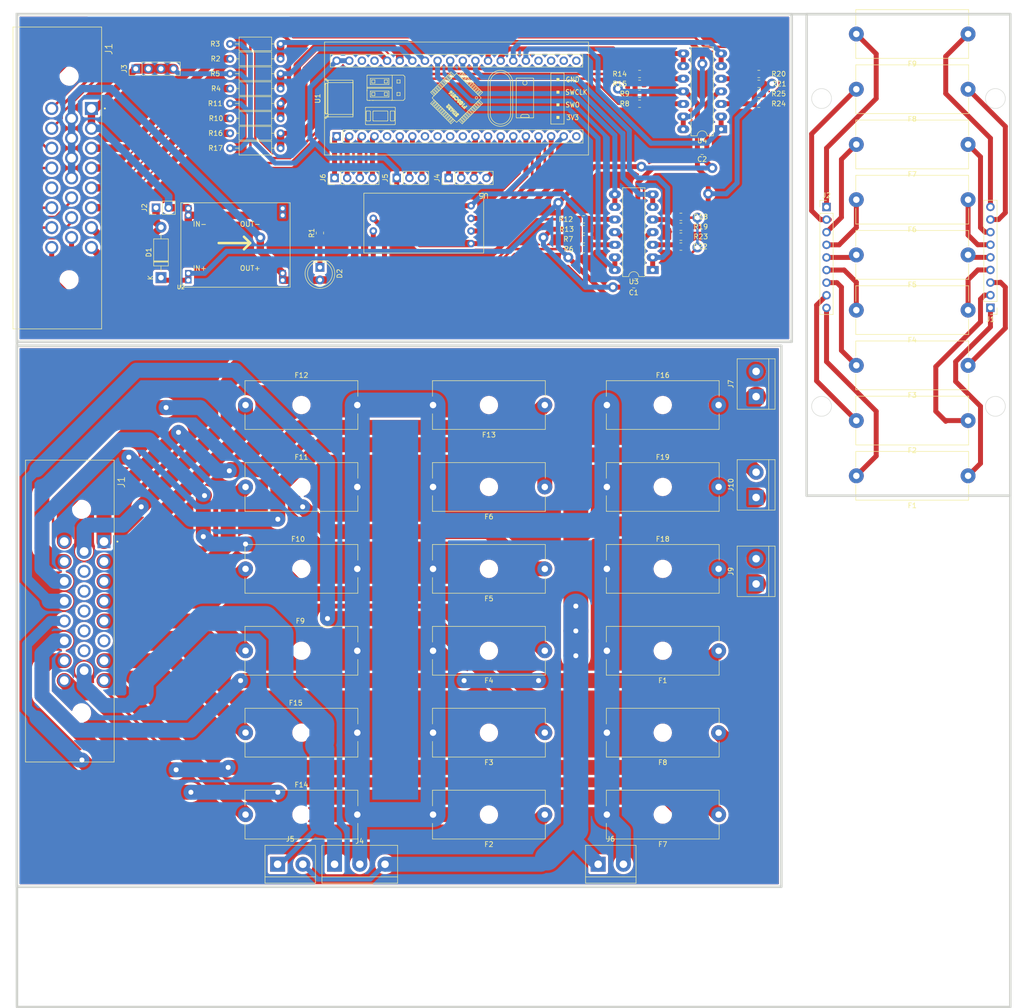
<source format=kicad_pcb>
(kicad_pcb (version 20211014) (generator pcbnew)
  (layers (0 "F.Cu" signal) (31 "B.Cu" signal) (34 "B.Paste" user) (35 "F.Paste" user) (36 "B.SilkS" user "B.Silkscreen") (37 "F.SilkS" user "F.Silkscreen") (38 "B.Mask" user) (39 "F.Mask" user) (44 "Edge.Cuts" user))
  (net 0 "")
  (footprint "Connector_PinHeader_2.54mm:PinHeader_1x04_P2.54mm_Vertical" (layer "F.Cu") (at 93.95 79 90)
    (fp_text reference "J6")
    (fp_text value "Conn_01x04_Male")
  )
  (footprint "Capacitor_SMD:C_0805_2012Metric" (layer "F.Cu") (at 154.175 100.415 180)
    (fp_text reference "C1")
    (fp_text value "C")
  )
  (footprint "Fuse:Fuseholder_Cylinder-5x20mm_Schurter_0031_8201_Horizontal_Open" (layer "F.Cu") (at 76.023923 207.245188)
    (fp_text reference "F14")
    (fp_text value "Fuse")
  )
  (footprint "Fuse:Fuseholder_Cylinder-5x20mm_Schurter_0031_8201_Horizontal_Open" (layer "F.Cu") (at 76.023923 141.245188)
    (fp_text reference "F11")
    (fp_text value "Fuse")
  )
  (footprint "Cheetah:DC-BRICK" (layer "F.Cu") (at 63 101)
    (fp_text reference "U2")
    (fp_text value "MP1584")
  )
  (footprint "Fuse:Fuseholder_Cylinder-5x20mm_Schurter_0031_8201_Horizontal_Open" (layer "F.Cu") (at 221.5 127.875 180)
    (fp_text reference "F2")
    (fp_text value "Fuse")
  )
  (footprint "Connector_PinHeader_2.54mm:PinHeader_1x03_P2.54mm_Vertical" (layer "F.Cu") (at 106.475 79 90)
    (fp_text reference "J5")
    (fp_text value "UART")
  )
  (footprint "Fuse:Fuseholder_Cylinder-5x20mm_Schurter_0031_8201_Horizontal_Open" (layer "F.Cu") (at 76.023923 190.745188)
    (fp_text reference "F15")
    (fp_text value "Fuse")
  )
  (footprint "Capacitor_SMD:C_0805_2012Metric" (layer "F.Cu") (at 167.95 73.55 180)
    (fp_text reference "C2")
    (fp_text value "C")
  )
  (footprint "Fuse:Fuseholder_Cylinder-5x20mm_Schurter_0031_8201_Horizontal_Open" (layer "F.Cu") (at 221.5 116.75 180)
    (fp_text reference "F3")
    (fp_text value "Fuse")
  )
  (footprint "Fuse:Fuseholder_Cylinder-5x20mm_Schurter_0031_8201_Horizontal_Open" (layer "F.Cu") (at 171.273923 207.245188 180)
    (fp_text reference "F7")
    (fp_text value "Fuse")
  )
  (footprint "Resistor_SMD:R_0805_2012Metric" (layer "F.Cu") (at 91 90.0875 90)
    (fp_text reference "R1")
    (fp_text value "220")
  )
  (footprint "TerminalBlock:TerminalBlock_bornier-2_P5.08mm" (layer "F.Cu") (at 178.823923 160.785188 90)
    (fp_text reference "J9")
    (fp_text value "ISOL_POWER")
  )
  (footprint "Resistor_THT:R_Axial_DIN0207_L6.3mm_D2.5mm_P10.16mm_Horizontal" (layer "F.Cu") (at 83.08 70 180)
    (fp_text reference "R16")
    (fp_text value "10k")
  )
  (footprint "Resistor_SMD:R_0805_2012Metric" (layer "F.Cu") (at 163.675 92.8275)
    (fp_text reference "R22")
    (fp_text value "10k")
  )
  (footprint "Resistor_SMD:R_0805_2012Metric" (layer "F.Cu") (at 179.3625 64.05)
    (fp_text reference "R24")
    (fp_text value "10k")
  )
  (footprint "TerminalBlock:TerminalBlock_bornier-2_P5.08mm" (layer "F.Cu") (at 178.823923 123.045188 90)
    (fp_text reference "J7")
    (fp_text value "CS_POWER")
  )
  (footprint "TerminalBlock:TerminalBlock_bornier-2_P5.08mm" (layer "F.Cu") (at 82.483923 217.245188)
    (fp_text reference "J5")
    (fp_text value "VBAT")
  )
  (footprint "Fuse:Fuseholder_Cylinder-5x20mm_Schurter_0031_8201_Horizontal_Open" (layer "F.Cu") (at 221.5 72.25 180)
    (fp_text reference "F7")
    (fp_text value "Fuse")
  )
  (footprint "Fuse:Fuseholder_Cylinder-5x20mm_Schurter_0031_8201_Horizontal_Open" (layer "F.Cu") (at 148.773923 124.745188)
    (fp_text reference "F16")
    (fp_text value "Fuse")
  )
  (footprint "Diode_THT:D_DO-41_SOD81_P10.16mm_Horizontal" (layer "F.Cu") (at 59 99.08 90)
    (fp_text reference "D1")
    (fp_text value "1N4007")
  )
  (footprint "TerminalBlock:TerminalBlock_bornier-3_P5.08mm" (layer "F.Cu") (at 93.943923 217.245188)
    (fp_text reference "J4")
    (fp_text value "DC_CONVERTER")
  )
  (footprint "Fuse:Fuseholder_Cylinder-5x20mm_Schurter_0031_8201_Horizontal_Open" (layer "F.Cu") (at 221.5 61.125 180)
    (fp_text reference "F8")
    (fp_text value "Fuse")
  )
  (footprint "Fuse:Fuseholder_Cylinder-5x20mm_Schurter_0031_8201_Horizontal_Open" (layer "F.Cu") (at 136.273923 207.245188 180)
    (fp_text reference "F2")
    (fp_text value "Fuse")
  )
  (footprint "Resistor_SMD:R_0805_2012Metric" (layer "F.Cu") (at 155.3625 62.05)
    (fp_text reference "R9")
    (fp_text value "20k")
  )
  (footprint "Package_DIP:DIP-14_W7.62mm_LongPads" (layer "F.Cu") (at 158 97.54 180)
    (fp_text reference "U3")
    (fp_text value "LM324")
  )
  (footprint "TerminalBlock:TerminalBlock_bornier-2_P5.08mm" (layer "F.Cu") (at 147.023923 217.245188)
    (fp_text reference "J6")
    (fp_text value "UNFUSED")
  )
  (footprint "Resistor_THT:R_Axial_DIN0207_L6.3mm_D2.5mm_P10.16mm_Horizontal" (layer "F.Cu") (at 83.08 61 180)
    (fp_text reference "R4")
    (fp_text value "10k")
  )
  (footprint "Resistor_SMD:R_0805_2012Metric" (layer "F.Cu") (at 155.3625 60.05)
    (fp_text reference "R15")
    (fp_text value "20k")
  )
  (footprint "Fuse:Fuseholder_Cylinder-5x20mm_Schurter_0031_8201_Horizontal_Open" (layer "F.Cu") (at 76.023923 174.245188)
    (fp_text reference "F9")
    (fp_text value "Fuse")
  )
  (footprint "Fuse:Fuseholder_Cylinder-5x20mm_Schurter_0031_8201_Horizontal_Open" (layer "F.Cu") (at 221.5 50 180)
    (fp_text reference "F9")
    (fp_text value "Fuse")
  )
  (footprint "Fuse:Fuseholder_Cylinder-5x20mm_Schurter_0031_8201_Horizontal_Open" (layer "F.Cu") (at 221.5 83.375 180)
    (fp_text reference "F6")
    (fp_text value "Fuse")
  )
  (footprint "Resistor_SMD:R_0805_2012Metric" (layer "F.Cu") (at 163.675 90.8275 180)
    (fp_text reference "R23")
    (fp_text value "20k")
  )
  (footprint "Resistor_SMD:R_0805_2012Metric" (layer "F.Cu") (at 179.3625 62.05 180)
    (fp_text reference "R25")
    (fp_text value "20k")
  )
  (footprint "Resistor_SMD:R_0805_2012Metric" (layer "F.Cu") (at 163.675 88.8275 180)
    (fp_text reference "R19")
    (fp_text value "20k")
  )
  (footprint "Fuse:Fuseholder_Cylinder-5x20mm_Schurter_0031_8201_Horizontal_Open" (layer "F.Cu") (at 136.273923 124.745188 180)
    (fp_text reference "F13")
    (fp_text value "Fuse")
  )
  (footprint "Fuse:Fuseholder_Cylinder-5x20mm_Schurter_0031_8201_Horizontal_Open" (layer "F.Cu") (at 136.273923 157.745188 180)
    (fp_text reference "F5")
    (fp_text value "Fuse")
  )
  (footprint "Resistor_THT:R_Axial_DIN0207_L6.3mm_D2.5mm_P10.16mm_Horizontal" (layer "F.Cu") (at 83.08 55 180)
    (fp_text reference "R2")
    (fp_text value "10k")
  )
  (footprint "Package_DIP:DIP-14_W7.62mm_LongPads" (layer "F.Cu") (at 171.775 69.175 180)
    (fp_text reference "U4")
    (fp_text value "LM324")
  )
  (footprint "Resistor_SMD:R_0805_2012Metric" (layer "F.Cu") (at 144.0875 91.3275)
    (fp_text reference "R7")
    (fp_text value "20k")
  )
  (footprint "Resistor_SMD:R_0805_2012Metric" (layer "F.Cu") (at 144.0875 93.3275 180)
    (fp_text reference "R6")
    (fp_text value "10k")
  )
  (footprint "Resistor_THT:R_Axial_DIN0207_L6.3mm_D2.5mm_P10.16mm_Horizontal" (layer "F.Cu") (at 72.92 73)
    (fp_text reference "R17")
    (fp_text value "20k")
  )
  (footprint "Fuse:Fuseholder_Cylinder-5x20mm_Schurter_0031_8201_Horizontal_Open" (layer "F.Cu") (at 221.5 105.625 180)
    (fp_text reference "F4")
    (fp_text value "Fuse")
  )
  (footprint "Resistor_SMD:R_0805_2012Metric" (layer "F.Cu") (at 155.3625 64.05 180)
    (fp_text reference "R8")
    (fp_text value "10k")
  )
  (footprint "Connector_PinHeader_2.54mm:PinHeader_1x09_P2.54mm_Vertical" (layer "F.Cu") (at 193 84.85)
    (fp_text reference "J2")
    (fp_text value "Conn_01x09_Male")
  )
  (footprint "Fuse:Fuseholder_Cylinder-5x20mm_Schurter_0031_8201_Horizontal_Open" (layer "F.Cu") (at 76.023923 157.745188)
    (fp_text reference "F10")
    (fp_text value "Fuse")
  )
  (footprint "Resistor_SMD:R_0805_2012Metric" (layer "F.Cu") (at 163.675 86.8275)
    (fp_text reference "R18")
    (fp_text value "10k")
  )
  (footprint "Resistor_SMD:R_0805_2012Metric" (layer "F.Cu") (at 155.3625 58.05 180)
    (fp_text reference "R14")
    (fp_text value "10k")
  )
  (footprint "Resistor_SMD:R_0805_2012Metric" (layer "F.Cu") (at 179.3625 60.05 180)
    (fp_text reference "R21")
    (fp_text value "20k")
  )
  (footprint "Resistor_SMD:R_0805_2012Metric" (layer "F.Cu") (at 144.0875 89.3275)
    (fp_text reference "R13")
    (fp_text value "20k")
  )
  (footprint "Connector_PinHeader_2.54mm:PinHeader_1x09_P2.54mm_Vertical" (layer "F.Cu") (at 226 105.15 180)
    (fp_text reference "J1")
    (fp_text value "Conn_01x09_Male")
  )
  (footprint "Fuse:Fuseholder_Cylinder-5x20mm_Schurter_0031_8201_Horizontal_Open" (layer "F.Cu") (at 136.273923 174.245188 180)
    (fp_text reference "F4")
    (fp_text value "Fuse")
  )
  (footprint "LED_THT:LED_D5.0mm" (layer "F.Cu") (at 91 97 -90)
    (fp_text reference "D2")
    (fp_text value "LED")
  )
  (footprint "Resistor_THT:R_Axial_DIN0207_L6.3mm_D2.5mm_P10.16mm_Horizontal" (layer "F.Cu") (at 72.92 58)
    (fp_text reference "R5")
    (fp_text value "20k")
  )
  (footprint "Resistor_THT:R_Axial_DIN0207_L6.3mm_D2.5mm_P10.16mm_Horizontal" (layer "F.Cu") (at 72.92 52)
    (fp_text reference "R3")
    (fp_text value "20k")
  )
  (footprint "Ampseal 23:TE_1-776087-1" (layer "F.Cu") (at 45 65 -90)
    (fp_text reference "J1")
    (fp_text value "1-776087-1")
  )
  (footprint "Resistor_THT:R_Axial_DIN0207_L6.3mm_D2.5mm_P10.16mm_Horizontal" (layer "F.Cu") (at 72.92 64)
    (fp_text reference "R11")
    (fp_text value "20k")
  )
  (footprint "Fuse:Fuseholder_Cylinder-5x20mm_Schurter_0031_8201_Horizontal_Open" (layer "F.Cu") (at 221.5 139 180)
    (fp_text reference "F1")
    (fp_text value "Fuse")
  )
  (footprint "Fuse:Fuseholder_Cylinder-5x20mm_Schurter_0031_8201_Horizontal_Open" (layer "F.Cu") (at 76.023923 124.745188)
    (fp_text reference "F12")
    (fp_text value "Fuse")
  )
  (footprint "Ampseal 23:TE_1-776087-1" (layer "F.Cu") (at 47.523923 152.245188 -90)
    (fp_text reference "J1")
    (fp_text value "1-776087-1")
  )
  (footprint "Fuse:Fuseholder_Cylinder-5x20mm_Schurter_0031_8201_Horizontal_Open" (layer "F.Cu") (at 171.273923 174.245188 180)
    (fp_text reference "F1")
    (fp_text value "Fuse")
  )
  (footprint "Fuse:Fuseholder_Cylinder-5x20mm_Schurter_0031_8201_Horizontal_Open" (layer "F.Cu") (at 221.5 94.5 180)
    (fp_text reference "F5")
    (fp_text value "Fuse")
  )
  (footprint "Connector_PinHeader_2.54mm:PinHeader_1x04_P2.54mm_Vertical" (layer "F.Cu") (at 116.92 79 90)
    (fp_text reference "J4")
    (fp_text value "Conn_01x04_Male")
  )
  (footprint "Cheetah:TJA1050-Module" (layer "F.Cu") (at 123.97 82.0625 180)
    (fp_text reference "U5")
    (fp_text value "TJA1050-Module")
  )
  (footprint "Fuse:Fuseholder_Cylinder-5x20mm_Schurter_0031_8201_Horizontal_Open" (layer "F.Cu") (at 148.773923 157.745188)
    (fp_text reference "F18")
    (fp_text value "Fuse")
  )
  (footprint "TerminalBlock:TerminalBlock_bornier-2_P5.08mm" (layer "F.Cu") (at 178.823923 143.365188 90)
    (fp_text reference "J10")
    (fp_text value "AUX_POWER")
  )
  (footprint "Fuse:Fuseholder_Cylinder-5x20mm_Schurter_0031_8201_Horizontal_Open" (layer "F.Cu") (at 148.773923 141.245188)
    (fp_text reference "F19")
    (fp_text value "Fuse")
  )
  (footprint "Fuse:Fuseholder_Cylinder-5x20mm_Schurter_0031_8201_Horizontal_Open" (layer "F.Cu") (at 136.273923 190.745188 180)
    (fp_text reference "F3")
    (fp_text value "Fuse")
  )
  (footprint "Resistor_THT:R_Axial_DIN0207_L6.3mm_D2.5mm_P10.16mm_Horizontal" (layer "F.Cu") (at 83.08 67 180)
    (fp_text reference "R10")
    (fp_text value "10k")
  )
  (footprint "Resistor_SMD:R_0805_2012Metric" (layer "F.Cu") (at 179.3625 58.05)
    (fp_text reference "R20")
    (fp_text value "10k")
  )
  (footprint "STM32:YAAJ_BluePill_1" (layer "F.Cu") (at 94.37 70.62 90)
    (fp_text reference "U1")
    (fp_text value "YAAJ_BluePill" hide)
  )
  (footprint "Fuse:Fuseholder_Cylinder-5x20mm_Schurter_0031_8201_Horizontal_Open" (layer "F.Cu") (at 171.273923 190.745188 180)
    (fp_text reference "F8")
    (fp_text value "Fuse")
  )
  (footprint "Fuse:Fuseholder_Cylinder-5x20mm_Schurter_0031_8201_Horizontal_Open" (layer "F.Cu") (at 136.273923 141.245188 180)
    (fp_text reference "F6")
    (fp_text value "Fuse")
  )
  (footprint "Connector_PinHeader_2.54mm:PinHeader_1x04_P2.54mm_Vertical" (layer "F.Cu") (at 53.92 57 90)
    (fp_text reference "J3")
    (fp_text value "Conn_01x04_Male")
  )
  (footprint "Connector_PinHeader_2.54mm:PinHeader_1x02_P2.54mm_Vertical" (layer "F.Cu") (at 58 85 90)
    (fp_text reference "J2")
    (fp_text value "Conn_01x02_Male")
  )
  (footprint "Resistor_SMD:R_0805_2012Metric" (layer "F.Cu") (at 144.0875 87.3275 180)
    (fp_text reference "R12")
    (fp_text value "10k")
  )
  (gr_circle (center 192 125) (end 194 125) (layer "Edge.Cuts") (width 0.1) (fill none))
  (gr_circle (center 227 63) (end 229 63) (layer "Edge.Cuts") (width 0.1) (fill none))
  (gr_circle (center 227 125) (end 229 125) (layer "Edge.Cuts") (width 0.1) (fill none))
  (gr_line (start 189 46) (end 189 143) (layer "Edge.Cuts") (width 0.5))
  (gr_line (start 230 46) (end 189 46) (layer "Edge.Cuts") (width 0.5))
  (gr_rect (start 30 46) (end 230 246) (layer "Edge.Cuts") (width 0.5) (fill none))
  (gr_circle (center 192 63) (end 194 63) (layer "Edge.Cuts") (width 0.1) (fill none))
  (gr_rect (start 29.983923 112.785188) (end 183.903923 221.785188) (layer "Edge.Cuts") (width 0.5) (fill none))
  (gr_line (start 230 143) (end 230 46) (layer "Edge.Cuts") (width 0.5))
  (gr_rect (start 30 46) (end 186 112) (layer "Edge.Cuts") (width 0.5) (fill none))
  (gr_line (start 189 143) (end 230 143) (layer "Edge.Cuts") (width 0.5))
  (segment (start 227.63 87.37) (end 229 86) (width 1) (layer "F.Cu") (net 0))
  (segment (start 36.523923 176.245188) (end 35.023923 177.745188) (width 3) (layer "F.Cu") (net 0))
  (segment (start 98 95) (end 98 87) (width 1.5) (layer "F.Cu") (net 0))
  (segment (start 90.023923 162.745188) (end 87.890537 162.745188) (width 3) (layer "F.Cu") (net 0))
  (segment (start 137.55 80.45) (end 137.55 70.62) (width 1) (layer "F.Cu") (net 0))
  (segment (start 47 102) (end 41 96) (width 1) (layer "F.Cu") (net 0))
  (segment (start 175.323923 134.785188) (end 178.823923 138.285188) (width 3) (layer "F.Cu") (net 0))
  (segment (start 136.273923 138.995188) (end 130.023923 132.745188) (width 3) (layer "F.Cu") (net 0))
  (segment (start 85 70) (end 83.08 70) (width 1) (layer "F.Cu") (net 0))
  (segment (start 226 71) (end 217 62) (width 1) (layer "F.Cu") (net 0))
  (segment (start 122 78) (end 127.39 72.61) (width 1) (layer "F.Cu") (net 0))
  (segment (start 79 91) (end 79 93.7) (width 1.5) (layer "F.Cu") (net 0))
  (segment (start 150 101) (end 152.64 101) (width 1) (layer "F.Cu") (net 0))
  (segment (start 84.54952 47.40096) (end 44.59904 47.40096) (width 0.5) (layer "F.Cu") (net 0))
  (segment (start 167 64) (end 164.555 61.555) (width 1) (layer "F.Cu") (net 0))
  (segment (start 136.273923 190.745188) (end 113.273923 167.745188) (width 3) (layer "F.Cu") (net 0))
  (segment (start 180.275 58.031808) (end 181 57.306808) (width 0.5) (layer "F.Cu") (net 0))
  (segment (start 178.823923 155.705188) (end 178.823923 153.525188) (width 4) (layer "F.Cu") (net 0))
  (segment (start 190 70.125) (end 199 61.125) (width 1) (layer "F.Cu") (net 0))
  (segment (start 217 62) (end 217 54.5) (width 1) (layer "F.Cu") (net 0))
  (segment (start 135.01 79.99) (end 125.3175 89.6825) (width 1) (layer "F.Cu") (net 0))
  (segment (start 142.523923 170.245188) (end 142.523923 175.245188) (width 5) (layer "F.Cu") (net 0))
  (segment (start 37 99.075238) (end 41.224281 103.299519) (width 1) (layer "F.Cu") (net 0))
  (segment (start 145 87.3275) (end 150.3275 87.3275) (width 1) (layer "F.Cu") (net 0))
  (segment (start 93.95 71.04) (end 94.37 70.62) (width 1) (layer "F.Cu") (net 0))
  (segment (start 119.46 79) (end 119.46 77.54) (width 1) (layer "F.Cu") (net 0))
  (segment (start 96.49 79) (end 96.49 71.04) (width 1) (layer "F.Cu") (net 0))
  (segment (start 52 73) (end 45 73) (width 1.5) (layer "F.Cu") (net 0))
  (segment (start 151.93 91.07) (end 155 88) (width 1) (layer "F.Cu") (net 0))
  (segment (start 217 128) (end 217.125 127.875) (width 1) (layer "F.Cu") (net 0))
  (segment (start 154.45 62.05) (end 152.05 62.05) (width 1) (layer "F.Cu") (net 0))
  (segment (start 171.273923 141.245188) (end 173.393923 143.365188) (width 4) (layer "F.Cu") (net 0))
  (segment (start 32 100.261384) (end 32 90.869308) (width 0.5) (layer "F.Cu") (net 0))
  (segment (start 160.415 59.015) (end 164.155 59.015) (width 1) (layer "F.Cu") (net 0))
  (segment (start 88 57) (end 88 67) (width 1) (layer "F.Cu") (net 0))
  (segment (start 35.143845 85) (end 31 89.143845) (width 0.5) (layer "F.Cu") (net 0))
  (segment (start 142.523923 121.745188) (end 142.523923 135.285188) (width 5) (layer "F.Cu") (net 0))
  (segment (start 132.774412 210.744699) (end 57.584914 210.744699) (width 3) (layer "F.Cu") (net 0))
  (segment (start 142.523923 135.285188) (end 143.023923 134.785188) (width 3) (layer "F.Cu") (net 0))
  (segment (start 168.9 64.03) (end 171.375 61.555) (width 1) (layer "F.Cu") (net 0))
  (segment (start 174.483923 149.185188) (end 142.523923 149.185188) (width 4) (layer "F.Cu") (net 0))
  (segment (start 156.275 64.05) (end 156.275 62.05) (width 1) (layer "F.Cu") (net 0))
  (segment (start 156.523434 203.745677) (end 83.524412 203.745677) (width 3) (layer "F.Cu") (net 0))
  (segment (start 217.125 127.875) (end 221.5 127.875) (width 1) (layer "F.Cu") (net 0))
  (segment (start 41.224281 103.299519) (end 97.700481 103.299519) (width 1) (layer "F.Cu") (net 0))
  (segment (start 145 91.3275) (end 145 93.3275) (width 1) (layer "F.Cu") (net 0))
  (segment (start 158 77) (end 167 77) (width 1) (layer "F.Cu") (net 0))
  (segment (start 132.523923 157.745188) (end 125.023923 150.245188) (width 3) (layer "F.Cu") (net 0))
  (segment (start 109.015 76.015) (end 107 74) (width 1) (layer "F.Cu") (net 0))
  (segment (start 164.5875 88.8275) (end 164.5875 90.8275) (width 1) (layer "F.Cu") (net 0))
  (segment (start 229 68.625) (end 221.5 61.125) (width 1) (layer "F.Cu") (net 0))
  (segment (start 39.523923 180.245188) (end 40.836423 181.557688) (width 3) (layer "F.Cu") (net 0))
  (segment (start 169.1725 87.8275) (end 169.1725 82.1725) (width 1) (layer "F.Cu") (net 0))
  (segment (start 52 81) (end 66 67) (width 1.5) (layer "F.Cu") (net 0))
  (segment (start 155.125 100.415) (end 155.125 101.875) (width 1) (layer "F.Cu") (net 0))
  (segment (start 178.823923 117.965188) (end 146.303923 117.965188) (width 4) (layer "F.Cu") (net 0))
  (segment (start 175.45 58.05) (end 174.485 59.015) (width 1) (layer "F.Cu") (net 0))
  (segment (start 72.523923 127.745188) (end 72.523923 125.245188) (width 3) (layer "F.Cu") (net 0))
  (segment (start 121.43 92.2225) (end 125.7775 92.2225) (width 1) (layer "F.Cu") (net 0))
  (segment (start 93.46 99.54) (end 98 95) (width 1.5) (layer "F.Cu") (net 0))
  (segment (start 150 53) (end 150.935 53.935) (width 1) (layer "F.Cu") (net 0))
  (segment (start 203 135) (end 199 139) (width 1) (layer "F.Cu") (net 0))
  (segment (start 164.555 61.555) (end 164.155 61.555) (width 1) (layer "F.Cu") (net 0))
  (segment (start 177.123923 124.745188) (end 178.823923 123.045188) (width 4) (layer "F.Cu") (net 0))
  (segment (start 171.273923 190.745188) (end 177.523923 196.995188) (width 3) (layer "F.Cu") (net 0))
  (segment (start 134.6725 87.3275) (end 143.175 87.3275) (width 0.5) (layer "F.Cu") (net 0))
  (segment (start 45 81) (end 52 81) (width 1.5) (layer "F.Cu") (net 0))
  (segment (start 125.023923 150.245188) (end 92.523923 150.245188) (width 3) (layer "F.Cu") (net 0))
  (segment (start 108.6025 84.6025) (end 106.475 82.475) (width 1) (layer "F.Cu") (net 0))
  (segment (start 143.175 93.3275) (end 129.803192 93.3275) (width 0.5) (layer "F.Cu") (net 0))
  (segment (start 155.125 101.875) (end 153 104) (width 1) (layer "F.Cu") (net 0))
  (segment (start 101.95 58.05) (end 85 75) (width 0.5) (layer "F.Cu") (net 0))
  (segment (start 154.45 60.45) (end 154.45 60.05) (width 1) (layer "F.Cu") (net 0))
  (segment (start 158 87.38) (end 161.315 87.38) (width 1) (layer "F.Cu") (net 0))
  (segment (start 155 80) (end 158 77) (width 1) (layer "F.Cu") (net 0))
  (segment (start 175.023923 212.745188) (end 167.523923 212.745188) (width 3) (layer "F.Cu") (net 0))
  (segment (start 122 79) (end 122 78) (width 1) (layer "F.Cu") (net 0))
  (segment (start 165.023923 207.861802) (end 160.907798 203.745677) (width 3) (layer "F.Cu") (net 0))
  (segment (start 35.023923 153.601343) (end 37.667768 156.245188) (width 3) (layer "F.Cu") (net 0))
  (segment (start 144.483923 119.785188) (end 142.523923 121.745188) (width 3) (layer "F.Cu") (net 0))
  (segment (start 64.5 99.6) (end 59.52 99.6) (width 1) (layer "F.Cu") (net 0))
  (segment (start 142.523923 135.285188) (end 142.523923 149.185188) (width 5) (layer "F.Cu") (net 0))
  (segment (start 52.523923 125.245188) (end 35.023923 142.745188) (width 3) (layer "F.Cu") (net 0))
  (segment (start 34 71) (end 36 73) (width 0.5) (layer "F.Cu") (net 0))
  (segment (start 85 75) (end 81 75) (width 0.5) (layer "F.Cu") (net 0))
  (segment (start 34 100) (end 38.349039 104.349039) (width 0.5) (layer "F.Cu") (net 0))
  (segment (start 64.5 86.53) (end 64.5 88.5) (width 1.5) (layer "F.Cu") (net 0))
  (segment (start 52.523923 135.245188) (end 49.034471 135.245188) (width 3) (layer "F.Cu") (net 0))
  (segment (start 92.523923 132.745188) (end 91.390537 132.745188) (width 3) (layer "F.Cu") (net 0))
  (segment (start 60.023923 125.245188) (end 52.523923 125.245188) (width 3) (layer "F.Cu") (net 0))
  (segment (start 152.05 62.05) (end 151 61) (width 1) (layer "F.Cu") (net 0))
  (segment (start 153 104) (end 150 104) (width 1) (layer "F.Cu") (net 0))
  (segment (start 124.54 79) (end 129.93 73.61) (width 1) (layer "F.Cu") (net 0))
  (segment (start 129.803192 93.3275) (end 117.982133 105.148559) (width 0.5) (layer "F.Cu") (net 0))
  (segment (start 193 84.85) (end 193 73) (width 1) (layer "F.Cu") (net 0))
  (segment (start 224 89) (end 224 74.75) (width 1) (layer "F.Cu") (net 0))
  (segment (start 72.523923 144.745188) (end 72.523923 152.745188) (width 3) (layer "F.Cu") (net 0))
  (segment (start 226 105.15) (end 226 109) (width 1) (layer "F.Cu") (net 0))
  (segment (start 33 59) (end 33 75) (width 0.5) (layer "F.Cu") (net 0))
  (segment (start 55.023923 145.245188) (end 72.523923 127.745188) (width 3) (layer "F.Cu") (net 0))
  (segment (start 42.023923 182.745188) (end 39.523923 180.245188) (width 3) (layer "F.Cu") (net 0))
  (segment (start 190 85.592081) (end 190 70.125) (width 1) (layer "F.Cu") (net 0))
  (segment (start 193 95.01) (end 198.49 95.01) (width 1) (layer "F.Cu") (net 0))
  (segment (start 97.7 82.475) (end 106.475 82.475) (width 1) (layer "F.Cu") (net 0))
  (segment (start 107.07 54.177919) (end 107.07 55.38) (width 1.5) (layer "F.Cu") (net 0))
  (segment (start 125.3175 89.6825) (end 121.43 89.6825) (width 1) (layer "F.Cu") (net 0))
  (segment (start 164.76 87) (end 164.5875 86.8275) (width 0.5) (layer "F.Cu") (net 0))
  (segment (start 178.823923 153.525188) (end 174.483923 149.185188) (width 4) (layer "F.Cu") (net 0))
  (segment (start 142.523923 152.285188) (end 142.523923 165.245188) (width 5) (layer "F.Cu") (net 0))
  (segment (start 178.45 58.05) (end 178.45 60.05) (width 1) (layer "F.Cu") (net 0))
  (segment (start 107 74) (end 107.07 73.93) (width 1) (layer "F.Cu") (net 0))
  (segment (start 138.523923 117.745188) (end 142.523923 121.745188) (width 5) (layer "F.Cu") (net 0))
  (segment (start 164.5875 92.8275) (end 164.5875 94.051522) (width 0.5) (layer "F.Cu") (net 0))
  (segment (start 143.175 89.3275) (end 143.175 91.3275) (width 1) (layer "F.Cu") (net 0))
  (segment (start 142.523923 165.245188) (end 142.523923 170.245188) (width 5) (layer "F.Cu") (net 0))
  (segment (start 72.523923 125.245188) (end 72.523923 120.245188) (width 3) (layer "F.Cu") (net 0))
  (segment (start 159.45 58.05) (end 160.415 59.015) (width 1) (layer "F.Cu") (net 0))
  (segment (start 152.639022 106) (end 37.738616 106) (width 0.5) (layer "F.Cu") (net 0))
  (segment (start 79 93.7) (end 83.5 98.2) (width 1.5) (layer "F.Cu") (net 0))
  (segment (start 131.773923 129.245188) (end 87.157309 129.245188) (width 3) (layer "F.Cu") (net 0))
  (segment (start 143.023923 134.785188) (end 175.323923 134.785188) (width 3) (layer "F.Cu") (net 0))
  (segment (start 37.667768 156.245188) (end 39.523923 156.245188) (width 3) (layer "F.Cu") (net 0))
  (segment (start 35.023923 177.745188) (end 35.023923 182.745188) (width 3) (layer "F.Cu") (net 0))
  (segment (start 38.017867 105.148559) (end 33 100.130692) (width 0.5) (layer "F.Cu") (net 0))
  (segment (start 124.85 72.15) (end 124.85 70.62) (width 1) (layer "F.Cu") (net 0))
  (segment (start 44.59904 47.40096) (end 33 59) (width 0.5) (layer "F.Cu") (net 0))
  (segment (start 109.015 79) (end 109.015 76.015) (width 1) (layer "F.Cu") (net 0))
  (segment (start 65.023923 160.245188) (end 47.523923 160.245188) (width 3) (layer "F.Cu") (net 0))
  (segment (start 35 89) (end 37 89) (width 0.5) (layer "F.Cu") (net 0))
  (segment (start 99.03 79) (end 99.03 71.04) (width 1) (layer "F.Cu") (net 0))
  (segment (start 219 116) (end 219 120) (width 1) (layer "F.Cu") (net 0))
  (segment (start 158 89.92) (end 157.6 89.92) (width 1) (layer "F.Cu") (net 0))
  (segment (start 32 90.869308) (end 36.007297 86.862011) (width 0.5) (layer "F.Cu") (net 0))
  (segment (start 49.034471 135.245188) (end 39.523923 144.755736) (width 3) (layer "F.Cu") (net 0))
  (segment (start 37.407444 106.79952) (end 37.607924 107) (width 0.5) (layer "F.Cu") (net 0))
  (segment (start 83.5 86.53) (end 88.355 86.53) (width 1.5) (layer "F.Cu") (net 0))
  (segment (start 54.534471 202.745188) (end 44.534471 192.745188) (width 3) (layer "F.Cu") (net 0))
  (segment (start 37.738616 106) (end 32 100.261384) (width 0.5) (layer "F.Cu") (net 0))
  (segment (start 102.130692 59) (end 85.130692 76) (width 0.5) (layer "F.Cu") (net 0))
  (segment (start 104 97) (end 104 89.3975) (width 1) (layer "F.Cu") (net 0))
  (segment (start 226 109) (end 219 116) (width 1) (layer "F.Cu") (net 0))
  (segment (start 129.93 73.61) (end 129.93 70.62) (width 1) (layer "F.Cu") (net 0))
  (segment (start 99.03 71.04) (end 99.45 70.62) (width 1) (layer "F.Cu") (net 0))
  (segment (start 171.273923 174.245188) (end 165.273923 180.245188) (width 3) (layer "F.Cu") (net 0))
  (segment (start 171.775 56.475) (end 171.775 53.935) (width 1) (layer "F.Cu") (net 0))
  (segment (start 177.523923 210.245188) (end 175.023923 212.745188) (width 3) (layer "F.Cu") (net 0))
  (segment (start 199 100) (end 196.55 97.55) (width 1) (layer "F.Cu") (net 0))
  (segment (start 39.523923 144.755736) (end 39.523923 152.245188) (width 3) (layer "F.Cu") (net 0))
  (segment (start 111.2225 92.2225) (end 121.43 92.2225) (width 1.5) (layer "F.Cu") (net 0))
  (segment (start 72.92 61) (end 68 61) (width 1.5) (layer "F.Cu") (net 0))
  (segment (start 80 76) (end 77 73) (width 0.5) (layer "F.Cu") (net 0))
  (segment (start 96.49 71.04) (end 96.91 70.62) (width 1) (layer "F.Cu") (net 0))
  (segment (start 171.273923 207.245188) (end 161.773923 197.745188) (width 3) (layer "F.Cu") (net 0))
  (segment (start 156.275 58.05) (end 156.275 60.05) (width 1) (layer "F.Cu") (net 0))
  (segment (start 67 70) (end 52 85) (width 1.5) (layer "F.Cu") (net 0))
  (segment (start 34 62.278315) (end 34 71) (width 0.5) (layer "F.Cu") (net 0))
  (segment (start 103.02452 84.02452) (end 111.2225 92.2225) (width 1.5) (layer "F.Cu") (net 0))
  (segment (start 75.869308 50) (end 55 50) (width 0.5) (layer "F.Cu") (net 0))
  (segment (start 35.023923 142.745188) (end 35.023923 153.601343) (width 3) (layer "F.Cu") (net 0))
  (segment (start 181 57.306808) (end 181 56) (width 0.5) (layer "F.Cu") (net 0))
  (segment (start 83.5 85.13) (end 83.5 86.53) (width 3) (layer "F.Cu") (net 0))
  (segment (start 167 73.55) (end 167 64) (width 1) (layer "F.Cu") (net 0))
  (segment (start 41 83.633282) (end 41 83) (width 0.5) (layer "F.Cu") (net 0))
  (segment (start 90.808648 52) (end 104.892081 52) (width 1.5) (layer "F.Cu") (net 0))
  (segment (start 162.395 92.46) (end 162.7625 92.8275) (width 1) (layer "F.Cu") (net 0))
  (segment (start 47.523923 156.245188) (end 49.547945 156.245188) (width 3) (layer "F.Cu") (net 0))
  (segment (start 199 105.625) (end 199 100) (width 1) (layer "F.Cu") (net 0))
  (segment (start 83.5 86.53) (end 64.5 86.53) (width 1.5) (layer "F.Cu") (net 0))
  (segment (start 229 86) (end 229 68.625) (width 1) (layer "F.Cu") (net 0))
  (segment (start 196 75.25) (end 199 72.25) (width 1) (layer "F.Cu") (net 0))
  (segment (start 203 54) (end 199 50) (width 1) (layer "F.Cu") (net 0))
  (segment (start 193 100.09) (end 195.09 100.09) (width 1) (layer "F.Cu") (net 0))
  (segment (start 45.92 65) (end 53.92 57) (width 1.5) (layer "F.Cu") (net 0))
  (segment (start 226 100.07) (end 227.93 100.07) (width 1) (layer "F.Cu") (net 0))
  (segment (start 145.023923 149.785188) (end 142.523923 152.285188) (width 3) (layer "F.Cu") (net 0))
  (segment (start 65.023923 202.745188) (end 54.534471 202.745188) (width 3) (layer "F.Cu") (net 0))
  (segment (start 62.523923 130.245188) (end 47.523923 145.245188) (width 3) (layer "F.Cu") (net 0))
  (segment (start 101.57 79) (end 101.57 71.04) (width 1) (layer "F.Cu") (net 0))
  (segment (start 109.61 72.61) (end 109.61 70.62) (width 1) (layer "F.Cu") (net 0))
  (segment (start 181.95 60.05) (end 182 60) (width 1) (layer "F.Cu") (net 0))
  (segment (start 221.5 90.5) (end 221.5 83.375) (width 1) (layer "F.Cu") (net 0))
  (segment (start 166.48 50.65096) (end 85.65096 50.65096) (width 0.5) (layer "F.Cu") (net 0))
  (segment (start 154.45 64.05) (end 151.05 64.05) (width 0.5) (layer "F.Cu") (net 0))
  (segment (start 180.275 62.05) (end 180.275 60.05) (width 1) (layer "F.Cu") (net 0))
  (segment (start 45 65) (end 45 69) (width 1.5) (layer "F.Cu") (net 0))
  (segment (start 224 108) (end 215 117) (width 1) (layer "F.Cu") (net 0))
  (segment (start 106.475 82.475) (end 106.475 79) (width 1) (layer "F.Cu") (net 0))
  (segment (start 161.315 87.38) (end 162.7625 88.8275) (width 1) (layer "F.Cu") (net 0))
  (segment (start 175.982132 49.85144) (end 87 49.85144) (width 0.5) (layer "F.Cu") (net 0))
  (segment (start 35.023923 182.745188) (end 35.023923 183.23464) (width 3) (layer "F.Cu") (net 0))
  (segment (start 111.555 74.555) (end 109.61 72.61) (width 1) (layer "F.Cu") (net 0))
  (segment (start 155.727561 76.727561) (end 146.272439 76.727561) (width 1) (layer "F.Cu") (net 0))
  (segment (start 76.023923 141.245188) (end 72.523923 144.745188) (width 3) (layer "F.Cu") (net 0))
  (segment (start 76.023923 174.245188) (end 70.023923 168.245188) (width 3) (layer "F.Cu") (net 0))
  (segment (start 226 87.37) (end 227.63 87.37) (width 1) (layer "F.Cu") (net 0))
  (segment (start 97.700481 103.299519) (end 104 97) (width 1) (layer "F.Cu") (net 0))
  (segment (start 224.797919 102.61) (end 224 103.407919) (width 1) (layer "F.Cu") (net 0))
  (segment (start 76.023923 129.76921) (end 76.023923 124.745188) (width 3) (layer "F.Cu") (net 0))
  (segment (start 82.523923 141.611802) (end 82.523923 147.745188) (width 3) (layer "F.Cu") (net 0))
  (segment (start 81 75) (end 78 72) (width 0.5) (layer "F.Cu") (net 0))
  (segment (start 37 85) (end 35.143845 85) (width 0.5) (layer "F.Cu") (net 0))
  (segment (start 48 96) (end 45 93) (width 1.5) (layer "F.Cu") (net 0))
  (segment (start 39 66) (end 39 67) (width 0.5) (layer "F.Cu") (net 0))
  (segment (start 161.024412 203.745677) (end 156.523434 203.745677) (width 3) (layer "F.Cu") (net 0))
  (segment (start 178.45 58.05) (end 175.45 58.05) (width 1) (layer "F.Cu") (net 0))
  (segment (start 98 87) (end 100.97548 84.02452) (width 1.5) (layer "F.Cu") (net 0))
  (segment (start 158 92.46) (end 162.395 92.46) (width 1) (layer "F.Cu") (net 0))
  (segment (start 72.92 67) (end 66 67) (width 1.5) (layer "F.Cu") (net 0))
  (segment (start 53 49) (end 37 65) (width 0.5) (layer "F.Cu") (net 0))
  (segment (start 88 67) (end 85 70) (width 1) (layer "F.Cu") (net 0))
  (segment (start 135.01 70.62) (end 135.01 79.99) (width 1) (layer "F.Cu") (net 0))
  (segment (start 62.049389 198.219722) (end 60.498457 198.219722) (width 3) (layer "F.Cu") (net 0))
  (segment (start 35.862011 91.137989) (end 34 93) (width 0.5) (layer "F.Cu") (net 0))
  (segment (start 177.58548 52.58548) (end 168.41452 52.58548) (width 0.5) (layer "F.Cu") (net 0))
  (segment (start 150.38 92.46) (end 145.8675 92.46) (width 1) (layer "F.Cu") (net 0))
  (segment (start 104.892081 52) (end 107.07 54.177919) (width 1.5) (layer "F.Cu") (net 0))
  (segment (start 57 96) (end 48 96) (width 1.5) (layer "F.Cu") (net 0))
  (segment (start 77 73) (end 77 51.130692) (width 0.5) (layer "F.Cu") (net 0))
  (segment (start 111.555 79) (end 111.555 74.555) (width 1) (layer "F.Cu") (net 0))
  (segment (start 155.125 92.395) (end 155.125 100.415) (width 1) (layer "F.Cu") (net 0))
  (segment (start 191 104.63) (end 191 119.875) (width 1) (layer "F.Cu") (net 0))
  (segment (start 229 101) (end 229 109.25) (width 1) (layer "F.Cu") (net 0))
  (segment (start 119.46 77.54) (end 124.85 72.15) (width 1) (layer "F.Cu") (net 0))
  (segment (start 224 74.75) (end 221.5 72.25) (width 1) (layer "F.Cu") (net 0))
  (segment (start 130.023923 132.745188) (end 92.523923 132.745188) (width 3) (layer "F.Cu") (net 0))
  (segment (start 228 100) (end 229 101) (width 1) (layer "F.Cu") (net 0))
  (segment (start 164.11 64.05) (end 164.155 64.095) (width 1) (layer "F.Cu") (net 0))
  (segment (start 76.023923 157.745188) (end 69.523923 164.245188) (width 3) (layer "F.Cu") (net 0))
  (segment (start 36.007297 86.862011) (end 37.771271 86.862011) (width 0.5) (layer "F.Cu") (net 0))
  (segment (start 64.5 98.2) (end 64.5 99.6) (width 1) (layer "F.Cu") (net 0))
  (segment (start 167 77) (end 167 73.55) (width 1) (layer "F.Cu") (net 0))
  (segment (start 164.5875 88.8275) (end 168.1725 88.8275) (width 1) (layer "F.Cu") (net 0))
  (segment (start 161.773923 197.745188) (end 115.023923 197.745188) (width 3) (layer "F.Cu") (net 0))
  (segment (start 67.523923 143.218278) (end 67.760468 142.981733) (width 3) (layer "F.Cu") (net 0))
  (segment (start 223.45 92.45) (end 221.5 90.5) (width 1) (layer "F.Cu") (net 0))
  (segment (start 102.880489 53.730489) (end 91.269511 53.730489) (width 1) (layer "F.Cu") (net 0))
  (segment (start 97 102) (end 47 102) (width 1) (layer "F.Cu") (net 0))
  (segment (start 58 85) (end 58 87.92) (width 1.5) (layer "F.Cu") (net 0))
  (segment (start 120.023923 180.245188) (end 75.023923 180.245188) (width 3) (layer "F.Cu") (net 0))
  (segment (start 33 75) (end 35 77) (width 0.5) (layer "F.Cu") (net 0))
  (segment (start 38.349039 104.349039) (end 117.650961 104.349039) (width 0.5) (layer "F.Cu") (net 0))
  (segment (start 217 54.5) (end 221.5 50) (width 1) (layer "F.Cu") (net 0))
  (segment (start 91 97) (end 91 91) (width 1) (layer "F.Cu") (net 0))
  (segment (start 153.225 92.365) (end 151.93 91.07) (width 1) (layer "F.Cu") (net 0))
  (segment (start 150.935 53.935) (end 164.155 53.935) (width 1) (layer "F.Cu") (net 0))
  (segment (start 124.85 54.15) (end 127.29952 51.70048) (width 1) (layer "F.Cu") (net 0))
  (segment (start 193 73) (end 203 63) (width 1) (layer "F.Cu") (net 0))
  (segment (start 226 84.83) (end 226 71) (width 1) (layer "F.Cu") (net 0))
  (segment (start 88.355 86.53) (end 91 89.175) (width 1.5) (layer "F.Cu") (net 0))
  (segment (start 150 104) (end 141 95) (width 1) (layer "F.Cu") (net 0))
  (segment (start 156.275 64.05) (end 164.11 64.05) (width 1) (layer "F.Cu") (net 0))
  (segment (start 91 89.175) (end 97.7 82.475) (width 1) (layer "F.Cu") (net 0))
  (segment (start 143.175 89.3275) (end 137.6725 89.3275) (width 1) (layer "F.Cu") (net 0))
  (segment (start 162.7625 92.8275) (end 162.7625 90.8275) (width 1) (layer "F.Cu") (net 0))
  (segment (start 83.08 70) (end 83.08 73) (width 1.5) (layer "F.Cu") (net 0))
  (segment (start 150.78 89.92) (end 150.38 89.92) (width 1) (layer "F.Cu") (net 0))
  (segment (start 150.38 97.54) (end 150.38 95) (width 1) (layer "F.Cu") (net 0))
  (segment (start 64.5 88.5) (end 57 96) (width 1.5) (layer "F.Cu") (net 0))
  (segment (start 151.93 91.07) (end 150.78 89.92) (width 1) (layer "F.Cu") (net 0))
  (segment (start 116.92 77.08) (end 122.31 71.69) (width 1) (layer "F.Cu") (net 0))
  (segment (start 123.8575 87.1425) (end 132.47 78.53) (width 1) (layer "F.Cu") (net 0))
  (segment (start 115.023923 197.745188) (end 72.523923 197.745188) (width 3) (layer "F.Cu") (net 0))
  (segment (start 83.5 99.6) (end 83.5 98.2) (width 1.5) (layer "F.Cu") (net 0))
  (segment (start 72.997013 137.745188) (end 72.760468 137.981733) (width 3) (layer "F.Cu") (net 0))
  (segment (start 95.023923 167.745188) (end 92.523923 167.745188) (width 3) (layer "F.Cu") (net 0))
  (segment (start 39.523923 176.245188) (end 36.523923 176.245188) (width 3) (layer "F.Cu") (net 0))
  (segment (start 101.745 89.6825) (end 101.745 97.255) (width 1) (layer "F.Cu") (net 0))
  (segment (start 31 100.392076) (end 37.407444 106.79952) (width 0.5) (layer "F.Cu") (net 0))
  (segment (start 47.523923 152.245188) (end 47.523923 145.245188) (width 3) (layer "F.Cu") (net 0))
  (segment (start 113.273923 167.745188) (end 95.023923 167.745188) (width 3) (layer "F.Cu") (net 0))
  (segment (start 196 86.93) (end 196 75.25) (width 1) (layer "F.Cu") (net 0))
  (segment (start 83.524412 203.745677) (end 82.523923 202.745188) (width 3) (layer "F.Cu") (net 0))
  (segment (start 35 77) (end 37 77) (width 0.5) (layer "F.Cu") (net 0))
  (segment (start 157.6 89.92) (end 155.125 92.395) (width 1) (layer "F.Cu") (net 0))
  (segment (start 121.43 87.1425) (end 123.8575 87.1425) (width 1) (layer "F.Cu") (net 0))
  (segment (start 49.547945 156.245188) (end 76.023923 129.76921) (width 3) (layer "F.Cu") (net 0))
  (segment (start 48 92) (end 45 89) (width 1.5) (layer "F.Cu") (net 0))
  (segment (start 174.313923 160.785188) (end 178.823923 160.785188) (width 4) (layer "F.Cu") (net 0))
  (segment (start 199 83.375) (end 199 89) (width 1) (layer "F.Cu") (net 0))
  (segment (start 68 61) (end 52 77) (width 1.5) (layer "F.Cu") (net 0))
  (segment (start 136.273923 207.245188) (end 132.774412 210.744699) (width 3) (layer "F.Cu") (net 0))
  (segment (start 146 59) (end 102.130692 59) (width 0.5) (layer "F.Cu") (net 0))
  (segment (start 191 119.875) (end 199 127.875) (width 1) (layer "F.Cu") (net 0))
  (segment (start 168.9 75.9) (end 170 77) (width 1) (layer "F.Cu") (net 0))
  (segment (start 142.523923 149.185188) (end 142.523923 152.285188) (width 5) (layer "F.Cu") (net 0))
  (segment (start 132.47 78.53) (end 132.47 70.62) (width 1) (layer "F.Cu") (net 0))
  (segment (start 59 57) (end 56.46 57) (width 2) (layer "F.Cu") (net 0))
  (segment (start 215 126) (end 217 128) (width 1) (layer "F.Cu") (net 0))
  (segment (start 203 126) (end 203 135) (width 1) (layer "F.Cu") (net 0))
  (segment (start 72.92 70) (end 67 70) (width 1.5) (layer "F.Cu") (net 0))
  (segment (start 124.85 55.38) (end 124.85 54.15) (width 1) (layer "F.Cu") (net 0))
  (segment (start 229 109.25) (end 221.5 116.75) (width 1) (layer "F.Cu") (net 0))
  (segment (start 127.39 54.61) (end 129 53) (width 1) (layer "F.Cu") (net 0))
  (segment (start 49.023923 180.245188) (end 47.523923 180.245188) (width 3) (layer "F.Cu") (net 0))
  (segment (start 136.273923 157.745188) (end 132.523923 157.745188) (width 3) (layer "F.Cu") (net 0))
  (segment (start 78 51) (end 76 49) (width 0.5) (layer "F.Cu") (net 0))
  (segment (start 52 85) (end 45 85) (width 1.5) (layer "F.Cu") (net 0))
  (segment (start 168 54) (end 168 56) (width 1) (layer "F.Cu") (net 0))
  (segment (start 160.907798 203.745677) (end 156.523434 203.745677) (width 3) (layer "F.Cu") (net 0))
  (segment (start 164.155 56.475) (end 164.155 53.935) (width 1) (layer "F.Cu") (net 0))
  (segment (start 85.130692 76) (end 80 76) (width 0.5) (layer "F.Cu") (net 0))
  (segment (start 193 105.17) (end 193 116) (width 1) (layer "F.Cu") (net 0))
  (segment (start 169.1725 82.1725) (end 169.1725 79.1725) (width 1) (layer "F.Cu") (net 0))
  (segment (start 107.07 73.93) (end 107.07 70.62) (width 1) (layer "F.Cu") (net 0))
  (segment (start 183.549511 57.418819) (end 175.982132 49.85144) (width 0.5) (layer "F.Cu") (net 0))
  (segment (start 174.485 59.015) (end 171.775 59.015) (width 1) (layer "F.Cu") (net 0))
  (segment (start 33 91) (end 35 89) (width 0.5) (layer "F.Cu") (net 0))
  (segment (start 117.650961 104.349039) (end 134.6725 87.3275) (width 0.5) (layer "F.Cu") (net 0))
  (segment (start 72.523923 120.245188) (end 75.023923 117.745188) (width 3) (layer "F.Cu") (net 0))
  (segment (start 178.45 64.05) (end 178.45 62.05) (width 1) (layer "F.Cu") (net 0))
  (segment (start 145.8675 92.46) (end 145 93.3275) (width 1) (layer "F.Cu") (net 0))
  (segment (start 37.771271 91.137989) (end 35.862011 91.137989) (width 0.5) (layer "F.Cu") (net 0))
  (segment (start 180.275 58.05) (end 180.275 58.031808) (width 0.5) (layer "F.Cu") (net 0))
  (segment (start 39 67) (end 37 69) (width 0.5) (layer "F.Cu") (net 0))
  (segment (start 85.65096 50.65096) (end 83.20048 48.20048) (width 0.5) (layer "F.Cu") (net 0))
  (segment (start 150.38 84.84) (end 150.38 82.3) (width 1) (layer "F.Cu") (net 0))
  (segment (start 224.91 89.91) (end 224 89) (width 1) (layer "F.Cu") (net 0))
  (segment (start 83.20048 48.20048) (end 48.077835 48.20048) (width 0.5) (layer "F.Cu") (net 0))
  (segment (start 181 56) (end 177.58548 52.58548) (width 0.5) (layer "F.Cu") (net 0))
  (segment (start 35.023923 183.23464) (end 44.534471 192.745188) (width 3) (layer "F.Cu") (net 0))
  (segment (start 36 73) (end 37 73) (width 0.5) (layer "F.Cu") (net 0))
  (segment (start 34 93) (end 34 100) (width 0.5) (layer "F.Cu") (net 0))
  (segment (start 91.269511 53.730489) (end 88 57) (width 1) (layer "F.Cu") (net 0))
  (segment (start 223.47 97.53) (end 221.5 99.5) (width 1) (layer "F.Cu") (net 0))
  (segment (start 31 89.143845) (end 31 100.392076) (width 0.5) (layer "F.Cu") (net 0))
  (segment (start 150.3275 87.3275) (end 150.38 87.38) (width 1) (layer "F.Cu") (net 0))
  (segment (start 100.97548 84.02452) (end 103.02452 84.02452) (width 1.5) (layer "F.Cu") (net 0))
  (segment (start 193 89.93) (end 196 86.93) (width 1) (layer "F.Cu") (net 0))
  (segment (start 191.797919 87.39) (end 190 85.592081) (width 1) (layer "F.Cu") (net 0))
  (segment (start 154.45 62.05) (end 154.45 60.45) (width 1) (layer "F.Cu") (net 0))
  (segment (start 146.272439 76.727561) (end 139 84) (width 1) (layer "F.Cu") (net 0))
  (segment (start 104.53 55.38) (end 102.880489 53.730489) (width 1) (layer "F.Cu") (net 0))
  (segment (start 87.157309 129.245188) (end 78.657309 137.745188) (width 3) (layer "F.Cu") (net 0))
  (segment (start 41 87) (end 41 87.90926) (width 0.5) (layer "F.Cu") (net 0))
  (segment (start 164.155 69.175) (end 164.155 66.635) (width 1) (layer "F.Cu") (net 0))
  (segment (start 83.08 52) (end 83.08 55) (width 1.5) (layer "F.Cu") (net 0))
  (segment (start 91 99.54) (end 93.46 99.54) (width 1.5) (layer "F.Cu") (net 0))
  (segment (start 171.775 66.635) (end 171.775 69.175) (width 1) (layer "F.Cu") (net 0))
  (segment (start 45.023923 182.745188) (end 42.023923 182.745188) (width 3) (layer "F.Cu") (net 0))
  (segment (start 83.08 64) (end 83.08 67) (width 1.5) (layer "F.Cu") (net 0))
  (segment (start 127.39 55.38) (end 127.39 54.61) (width 1) (layer "F.Cu") (net 0))
  (segment (start 86.45048 60.62952) (end 86.45048 56.358168) (width 1.5) (layer "F.Cu") (net 0))
  (segment (start 171.375 61.555) (end 171.775 61.555) (width 1) (layer "F.Cu") (net 0))
  (segment (start 87 49.85144) (end 84.54952 47.40096) (width 0.5) (layer "F.Cu") (net 0))
  (segment (start 60.54 85) (end 64.37 85) (width 1.5) (layer "F.Cu") (net 0))
  (segment (start 87.890537 162.745188) (end 77.890537 152.745188) (width 3) (layer "F.Cu") (net 0))
  (segment (start 180.275 64.05) (end 183.549511 60.775489) (width 0.5) (layer "F.Cu") (net 0))
  (segment (start 61.523923 176.245188) (end 76.023923 190.745188) (width 3) (layer "F.Cu") (net 0))
  (segment (start 165.273923 180.245188) (end 135.023923 180.245188) (width 3) (layer "F.Cu") (net 0))
  (segment (start 226 92.45) (end 223.45 92.45) (width 1) (layer "F.Cu") (net 0))
  (segment (start 104 89.3975) (end 101.745 87.1425) (width 1) (layer "F.Cu") (net 0))
  (segment (start 70 55) (end 52 73) (width 1.5) (layer "F.Cu") (net 0))
  (segment (start 193 102.63) (end 191 104.63) (width 1) (layer "F.Cu") (net 0))
  (segment (start 41 87.90926) (end 37.771271 91.137989) (width 0.5) (layer "F.Cu") (net 0))
  (segment (start 48.077835 48.20048) (end 34 62.278315) (width 0.5) (layer "F.Cu") (net 0))
  (segment (start 121.43 84.6025) (end 108.6025 84.6025) (width 1) (layer "F.Cu") (net 0))
  (segment (start 226 97.53) (end 223.47 97.53) (width 1) (layer "F.Cu") (net 0))
  (segment (start 203 63) (end 203 54) (width 1) (layer "F.Cu") (net 0))
  (segment (start 158 97.54) (end 158 95) (width 1) (layer "F.Cu") (net 0))
  (segment (start 180.275 60.05) (end 181.95 60.05) (width 1) (layer "F.Cu") (net 0))
  (segment (start 58 87.92) (end 59 88.92) (width 1.5) (layer "F.Cu") (net 0))
  (segment (start 77.890537 152.745188) (end 76.023443 152.745188) (width 3) (layer "F.Cu") (net 0))
  (segment (start 224 136.5) (end 221.5 139) (width 1) (layer "F.Cu") (net 0))
  (segment (start 173.393923 143.365188) (end 178.823923 143.365188) (width 4) (layer "F.Cu") (net 0))
  (segment (start 67.523923 151.244708) (end 67.523923 143.218278) (width 3) (layer "F.Cu") (net 0))
  (segment (start 165.023923 210.245188) (end 165.023923 207.861802) (width 3) (layer "F.Cu") (net 0))
  (segment (start 146.303923 117.965188) (end 142.523923 121.745188) (width 4) (layer "F.Cu") (net 0))
  (segment (start 221.99 94.99) (end 221.5 94.5) (width 1) (layer "F.Cu") (net 0))
  (segment (start 76 49) (end 53 49) (width 0.5) (layer "F.Cu") (net 0))
  (segment (start 219 120) (end 224 125) (width 1) (layer "F.Cu") (net 0))
  (segment (start 83.5 99.6) (end 90.94 99.6) (width 1.5) (layer "F.Cu") (net 0))
  (segment (start 117.982133 105.148559) (end 38.017867 105.148559) (width 0.5) (layer "F.Cu") (net 0))
  (segment (start 55.92 92) (end 59 88.92) (width 1.5) (layer "F.Cu") (net 0))
  (segment (start 33 100.130692) (end 33 91) (width 0.5) (layer "F.Cu") (net 0))
  (segment (start 145 89.3275) (end 145 87.3275) (width 1) (layer "F.Cu") (net 0))
  (segment (start 72.92 55) (end 70 55) (width 1.5) (layer "F.Cu") (net 0))
  (segment (start 167 87) (end 164.76 87) (width 0.5) (layer "F.Cu") (net 0))
  (segment (start 41 96) (end 41 91) (width 1) (layer "F.Cu") (net 0))
  (segment (start 59.52 99.6) (end 59 99.08) (width 1) (layer "F.Cu") (net 0))
  (segment (start 169.1725 79.1725) (end 167 77) (width 1) (layer "F.Cu") (net 0))
  (segment (start 168.9 73.55) (end 168.9 64.03) (width 1) (layer "F.Cu") (net 0))
  (segment (start 124.773923 162.745188) (end 90.023923 162.745188) (width 3) (layer "F.Cu") (net 0))
  (segment (start 136.273923 124.745188) (end 131.773923 129.245188) (width 3) (layer "F.Cu") (net 0))
  (segment (start 164.5875 94.051522) (end 152.639022 106) (width 0.5) (layer "F.Cu") (net 0))
  (segment (start 52 77) (end 45 77) (width 1.5) (layer "F.Cu") (net 0))
  (segment (start 156.275 58.05) (end 159.45 58.05) (width 1) (layer "F.Cu") (net 0))
  (segment (start 183.549511 60.775489) (end 183.549511 57.418819) (width 0.5) (layer "F.Cu") (net 0))
  (segment (start 78.657309 137.745188) (end 72.997013 137.745188) (width 3) (layer "F.Cu") (net 0))
  (segment (start 86.45048 56.358168) (end 90.808648 52) (width 1.5) (layer "F.Cu") (net 0))
  (segment (start 127.39 72.61) (end 127.39 70.62) (width 1) (layer "F.Cu") (net 0))
  (segment (start 90.94 99.6) (end 91 99.54) (width 1.5) (layer "F.Cu") (net 0))
  (segment (start 37.607924 107) (end 74 107) (width 0.5) (layer "F.Cu") (net 0))
  (segment (start 158 84.84) (end 158 82.3) (width 1) (layer "F.Cu") (net 0))
  (segment (start 55.92 92) (end 48 92) (width 1.5) (layer "F.Cu") (net 0))
  (segment (start 37 93) (end 37 99.075238) (width 1) (layer "F.Cu") (net 0))
  (segment (start 64.37 85) (end 64.5 85.13) (width 1.5) (layer "F.Cu") (net 0))
  (segment (start 154.45 58.05) (end 101.95 58.05) (width 0.5) (layer "F.Cu") (net 0))
  (segment (start 78 72) (end 78 51) (width 0.5) (layer "F.Cu") (net 0))
  (segment (start 116.92 79) (end 116.92 77.08) (width 1) (layer "F.Cu") (net 0))
  (segment (start 93.95 79) (end 93.95 71.04) (width 1) (layer "F.Cu") (net 0))
  (segment (start 196.55 97.55) (end 193 97.55) (width 1) (layer "F.Cu") (net 0))
  (segment (start 61.54 57) (end 59 57) (width 2) (layer "F.Cu") (net 0))
  (segment (start 77 51.130692) (end 75.869308 50) (width 0.5) (layer "F.Cu") (net 0))
  (segment (start 70.023923 168.245188) (end 47.523923 168.245188) (width 3) (layer "F.Cu") (net 0))
  (segment (start 221.5 99.5) (end 221.5 105.625) (width 1) (layer "F.Cu") (net 0))
  (segment (start 178.45 64.05) (end 171.82 64.05) (width 1) (layer "F.Cu") (net 0))
  (segment (start 171.273923 157.745188) (end 174.313923 160.785188) (width 4) (layer "F.Cu") (net 0))
  (segment (start 45 65) (end 45.92 65) (width 1.5) (layer "F.Cu") (net 0))
  (segment (start 168.9 73.55) (end 168.9 75.9) (width 1) (layer "F.Cu") (net 0))
  (segment (start 165.70048 51.70048) (end 168 54) (width 1) (layer "F.Cu") (net 0))
  (segment (start 195.53 92.47) (end 193 92.47) (width 1) (layer "F.Cu") (net 0))
  (segment (start 162.7625 88.8275) (end 162.7625 86.8275) (width 1) (layer "F.Cu") (net 0))
  (segment (start 227.93 100.07) (end 228 100) (width 1) (layer "F.Cu") (net 0))
  (segment (start 224 103.407919) (end 224 108) (width 1) (layer "F.Cu") (net 0))
  (segment (start 226 89.91) (end 224.91 89.91) (width 1) (layer "F.Cu") (net 0))
  (segment (start 199 89) (end 195.53 92.47) (width 1) (layer "F.Cu") (net 0))
  (segment (start 193 87.39) (end 193.559022 87.39) (width 1) (layer "F.Cu") (net 0))
  (segment (start 195.09 100.09) (end 196 101) (width 1) (layer "F.Cu") (net 0))
  (segment (start 151.05 64.05) (end 146 59) (width 0.5) (layer "F.Cu") (net 0))
  (segment (start 57.584914 210.744699) (end 43.084923 196.244708) (width 3) (layer "F.Cu") (net 0))
  (segment (start 76.023923 207.245188) (end 49.023923 180.245188) (width 3) (layer "F.Cu") (net 0))
  (segment (start 168.1725 88.8275) (end 169.1725 87.8275) (width 1) (layer "F.Cu") (net 0))
  (segment (start 127.29952 51.70048) (end 165.70048 51.70048) (width 1) (layer "F.Cu") (net 0))
  (segment (start 122.31 71.69) (end 122.31 70.62) (width 1) (layer "F.Cu") (net 0))
  (segment (start 155 88) (end 155 80) (width 1) (layer "F.Cu") (net 0))
  (segment (start 171.82 64.05) (end 171.775 64.095) (width 1) (layer "F.Cu") (net 0))
  (segment (start 37.771271 86.862011) (end 41 83.633282) (width 0.5) (layer "F.Cu") (net 0))
  (segment (start 196 101) (end 196 113.75) (width 1) (layer "F.Cu") (net 0))
  (segment (start 224 125) (end 224 136.5) (width 1) (layer "F.Cu") (net 0))
  (segment (start 153 107) (end 167 93) (width 0.5) (layer "F.Cu") (net 0))
  (segment (start 167.523923 212.745188) (end 165.023923 210.245188) (width 3) (layer "F.Cu") (net 0))
  (segment (start 47.523923 176.245188) (end 61.523923 176.245188) (width 3) (layer "F.Cu") (net 0))
  (segment (start 83.08 58) (end 83.08 61) (width 1.5) (layer "F.Cu") (net 0))
  (segment (start 198.49 95.01) (end 199 94.5) (width 1) (layer "F.Cu") (net 0))
  (segment (start 91.390537 132.745188) (end 82.523923 141.611802) (width 3) (layer "F.Cu") (net 0))
  (segment (start 136.273923 174.245188) (end 124.773923 162.745188) (width 3) (layer "F.Cu") (net 0))
  (segment (start 55 50) (end 39 66) (width 0.5) (layer "F.Cu") (net 0))
  (segment (start 60.498457 198.219722) (end 45.023923 182.745188) (width 3) (layer "F.Cu") (net 0))
  (segment (start 75.023923 117.745188) (end 138.523923 117.745188) (width 5) (layer "F.Cu") (net 0))
  (segment (start 196 113.75) (end 199 116.75) (width 1) (layer "F.Cu") (net 0))
  (segment (start 152.64 101) (end 153.225 100.415) (width 1) (layer "F.Cu") (net 0))
  (segment (start 168.41452 52.58548) (end 166.48 50.65096) (width 0.5) (layer "F.Cu") (net 0))
  (segment (start 193 87.39) (end 191.797919 87.39) (width 1) (layer "F.Cu") (net 0))
  (segment (start 101.745 97.255) (end 97 102) (width 1) (layer "F.Cu") (net 0))
  (segment (start 92.523923 150.245188) (end 87.523923 145.245188) (width 3) (layer "F.Cu") (net 0))
  (segment (start 177.523923 196.995188) (end 177.523923 210.245188) (width 3) (layer "F.Cu") (net 0))
  (segment (start 74 107) (end 153 107) (width 0.5) (layer "F.Cu") (net 0))
  (segment (start 136.273923 141.245188) (end 136.273923 138.995188) (width 3) (layer "F.Cu") (net 0))
  (segment (start 53.92 57) (end 56.46 57) (width 2) (layer "F.Cu") (net 0))
  (segment (start 83.08 64) (end 86.45048 60.62952) (width 1.5) (layer "F.Cu") (net 0))
  (segment (start 193 116) (end 203 126) (width 1) (layer "F.Cu") (net 0))
  (segment (start 171.273923 124.745188) (end 177.123923 124.745188) (width 4) (layer "F.Cu") (net 0))
  (segment (start 69.523923 164.245188) (end 47.523923 164.245188) (width 3) (layer "F.Cu") (net 0))
  (segment (start 153.225 100.415) (end 153.225 92.365) (width 1) (layer "F.Cu") (net 0))
  (segment (start 101.57 71.04) (end 101.99 70.62) (width 1) (layer "F.Cu") (net 0))
  (segment (start 137.6725 89.3275) (end 136 91) (width 1) (layer "F.Cu") (net 0))
  (segment (start 215 117) (end 215 126) (width 1) (layer "F.Cu") (net 0))
  (segment (start 125.7775 92.2225) (end 137.55 80.45) (width 1) (layer "F.Cu") (net 0))
  (segment (start 226 102.61) (end 224.797919 102.61) (width 1) (layer "F.Cu") (net 0))
  (segment (start 72.523923 152.745188) (end 65.023923 160.245188) (width 3) (layer "F.Cu") (net 0))
  (segment (start 226 94.99) (end 221.99 94.99) (width 1) (layer "F.Cu") (net 0))
  (segment (start 129 53) (end 150 53) (width 1) (layer "F.Cu") (net 0))
  (via (at 155.727561 76.727561) (size 2) (drill 1) (layers "F.Cu" "B.Cu") (net 0))
  (via (at 141 95) (size 2) (drill 1) (layers "F.Cu" "B.Cu") (net 0))
  (via (at 62.523923 130.245188) (size 2) (drill 1) (layers "F.Cu" "B.Cu") (net 0))
  (via (at 170 77) (size 2) (drill 1) (layers "F.Cu" "B.Cu") (net 0))
  (via (at 75.023923 180.245188) (size 2) (drill 1) (layers "F.Cu" "B.Cu") (net 0))
  (via (at 43.084923 196.244708) (size 2) (drill 1) (layers "F.Cu" "B.Cu") (net 0))
  (via (at 76.023443 152.745188) (size 2) (drill 1) (layers "F.Cu" "B.Cu") (net 0))
  (via (at 87.523923 145.245188) (size 2) (drill 1) (layers "F.Cu" "B.Cu") (net 0))
  (via (at 79 91) (size 2) (drill 1) (layers "F.Cu" "B.Cu") (net 0))
  (via (at 120.023923 180.245188) (size 2) (drill 1) (layers "F.Cu" "B.Cu") (net 0))
  (via (at 167 93) (size 2) (drill 1) (layers "F.Cu" "B.Cu") (net 0))
  (via (at 142.523923 175.245188) (size 2) (drill 1) (layers "F.Cu" "B.Cu") (net 0))
  (via (at 136 91) (size 2) (drill 1) (layers "F.Cu" "B.Cu") (net 0))
  (via (at 55.023923 145.245188) (size 2) (drill 1) (layers "F.Cu" "B.Cu") (net 0))
  (via (at 182 60) (size 2) (drill 1) (layers "F.Cu" "B.Cu") (net 0))
  (via (at 62.049389 198.219722) (size 2) (drill 1) (layers "F.Cu" "B.Cu") (net 0))
  (via (at 142.523923 170.245188) (size 2) (drill 1) (layers "F.Cu" "B.Cu") (net 0))
  (via (at 92.523923 167.745188) (size 2) (drill 1) (layers "F.Cu" "B.Cu") (net 0))
  (via (at 82.523923 147.745188) (size 2) (drill 1) (layers "F.Cu" "B.Cu") (net 0))
  (via (at 82.523923 202.745188) (size 2) (drill 1) (layers "F.Cu" "B.Cu") (net 0))
  (via (at 72.523923 197.745188) (size 2) (drill 1) (layers "F.Cu" "B.Cu") (net 0))
  (via (at 67.760468 142.981733) (size 2) (drill 1) (layers "F.Cu" "B.Cu") (net 0))
  (via (at 167 87) (size 2) (drill 1) (layers "F.Cu" "B.Cu") (net 0))
  (via (at 139 84) (size 2) (drill 1) (layers "F.Cu" "B.Cu") (net 0))
  (via (at 60.023923 125.245188) (size 2) (drill 1) (layers "F.Cu" "B.Cu") (net 0))
  (via (at 65.023923 202.745188) (size 2) (drill 1) (layers "F.Cu" "B.Cu") (net 0))
  (via (at 135.023923 180.245188) (size 2) (drill 1) (layers "F.Cu" "B.Cu") (net 0))
  (via (at 150 101) (size 2) (drill 1) (layers "F.Cu" "B.Cu") (net 0))
  (via (at 72.760468 137.981733) (size 2) (drill 1) (layers "F.Cu" "B.Cu") (net 0))
  (via (at 151 61) (size 2) (drill 1) (layers "F.Cu" "B.Cu") (net 0))
  (via (at 52.523923 135.245188) (size 2) (drill 1) (layers "F.Cu" "B.Cu") (net 0))
  (via (at 168 56) (size 2) (drill 1) (layers "F.Cu" "B.Cu") (net 0))
  (via (at 169.1725 82.1725) (size 2) (drill 1) (layers "F.Cu" "B.Cu") (net 0))
  (via (at 67.523923 151.244708) (size 2) (drill 1) (layers "F.Cu" "B.Cu") (net 0))
  (via (at 142.523923 165.245188) (size 2) (drill 1) (layers "F.Cu" "B.Cu") (net 0))
  (segment (start 39.523923 160.245188) (end 37.667768 160.245188) (width 3) (layer "B.Cu") (net 0))
  (segment (start 32.024403 139.784708) (end 34.023923 137.785188) (width 2) (layer "B.Cu") (net 0))
  (segment (start 108.47048 51.70048) (end 83.37952 51.70048) (width 1) (layer "B.Cu") (net 0))
  (segment (start 42.523923 140.245188) (end 51.023442 131.745669) (width 3) (layer "B.Cu") (net 0))
  (segment (start 77 54) (end 75 52) (width 1) (layer "B.Cu") (net 0))
  (segment (start 80.023923 167.745188) (end 83.174402 170.895667) (width 5) (layer "B.Cu") (net 0))
  (segment (start 54.063923 117.745188) (end 34.023923 137.785188) (width 3) (layer "B.Cu") (net 0))
  (segment (start 142.523923 175.245188) (end 142.523923 210.245188) (width 5) (layer "B.Cu") (net 0))
  (segment (start 41 79) (end 41 75) (width 1.5) (layer "B.Cu") (net 0))
  (segment (start 75.023923 180.245188) (end 65.023923 190.245188) (width 3) (layer "B.Cu") (net 0))
  (segment (start 113.773923 157.745188) (end 113.773923 174.245188) (width 5) (layer "B.Cu") (net 0))
  (segment (start 148.773923 124.745188) (end 148.773923 141.245188) (width 5) (layer "B.Cu") (net 0))
  (segment (start 168 56) (end 168 64.19) (width 1) (layer "B.Cu") (net 0))
  (segment (start 77 66) (end 77 60) (width 1) (layer "B.Cu") (net 0))
  (segment (start 89 60.75) (end 89 71) (width 1) (layer "B.Cu") (net 0))
  (segment (start 66.890537 125.245188) (end 60.023923 125.245188) (width 3) (layer "B.Cu") (net 0))
  (segment (start 72.215989 93.784011) (end 67.8 98.2) (width 1) (layer "B.Cu") (net 0))
  (segment (start 151 61) (end 151.555 61.555) (width 1) (layer "B.Cu") (net 0))
  (segment (start 98.523923 207.245188) (end 98.523923 190.745188) (width 5) (layer "B.Cu") (net 0))
  (segment (start 94.37 55.38) (end 96.91 55.38) (width 1) (layer "B.Cu") (net 0))
  (segment (start 169.54048 51.70048) (end 171.775 53.935) (width 1) (layer "B.Cu") (net 0))
  (segment (start 56.023442 131.745669) (end 56.524404 131.745669) (width 3) (layer "B.Cu") (net 0))
  (segment (start 69.024403 152.745188) (end 67.523923 151.244708) (width 3) (layer "B.Cu") (net 0))
  (segment (start 89 71) (end 89.5 71.5) (width 1) (layer "B.Cu") (net 0))
  (segment (start 48 61) (end 49 61) (width 1.5) (layer "B.Cu") (net 0))
  (segment (start 36.7187 164.245188) (end 39.523923 164.245188) (width 3) (layer "B.Cu") (net 0))
  (segment (start 55.023923 180.245188) (end 67.523923 167.745188) (width 5) (layer "B.Cu") (net 0))
  (segment (start 142.523923 175.245188) (end 142.523923 170.245188) (width 5) (layer "B.Cu") (net 0))
  (segment (start 151.555 61.555) (end 164.155 61.555) (width 1) (layer "B.Cu") (net 0))
  (segment (start 123.832011 82.200489) (end 127.799511 82.200489) (width 1) (layer "B.Cu") (net 0))
  (segment (start 148.773923 190.745188) (end 148.773923 207.245188) (width 5) (layer "B.Cu") (net 0))
  (segment (start 132.47 53.53) (end 133 53) (width 1) (layer "B.Cu") (net 0))
  (segment (start 32.024404 185.785669) (end 34.023923 187.785188) (width 2) (layer "B.Cu") (net 0))
  (segment (start 158 95) (end 160 95) (width 1) (layer "B.Cu") (net 0))
  (segment (start 141 65) (end 121 65) (width 1) (layer "B.Cu") (net 0))
  (segment (start 101.103923 220.245188) (end 104.103923 217.245188) (width 1) (layer "B.Cu") (net 0))
  (segment (start 93.943923 217.245188) (end 93.943923 211.513745) (width 3) (layer "B.Cu") (net 0))
  (segment (start 150.38 97.54) (end 147 94.16) (width 1) (layer "B.Cu") (net 0))
  (segment (start 153.29952 69.461722) (end 142.538278 58.70048) (width 1) (layer "B.Cu") (net 0))
  (segment (start 113.773923 190.745188) (end 113.773923 207.245188) (width 5) (layer "B.Cu") (net 0))
  (segment (start 106.475 77.475) (end 106.475 79) (width 1) (layer "B.Cu") (net 0))
  (segment (start 67.8 98.2) (end 64.5 98.2) (width 1) (layer "B.Cu") (net 0))
  (segment (start 89.5 72.5) (end 86 76) (width 1) (layer "B.Cu") (net 0))
  (segment (start 32.024404 176.131476) (end 32.024404 185.785669) (width 2) (layer "B.Cu") (net 0))
  (segment (start 44.211912 148.933177) (end 51.335934 148.933177) (width 3) (layer "B.Cu") (net 0))
  (segment (start 144.455106 86.910212) (end 144.455106 101) (width 1) (layer "B.Cu") (net 0))
  (segment (start 156 77) (end 155.727561 76.727561) (width 1) (layer "B.Cu") (net 0))
  (segment (start 117.23 57.23) (end 117.23 55.38) (width 1) (layer "B.Cu") (net 0))
  (segment (start 89.5 71.5) (end 93 75) (width 1) (layer "B.Cu") (net 0))
  (segment (start 107.23 53) (end 90 53) (width 1) (layer "B.Cu") (net 0))
  (segment (start 65.023923 190.245188) (end 42.034471 190.245188) (width 3) (layer "B.Cu") (net 0))
  (segment (start 147 55) (end 147 61.324404) (width 1) (layer "B.Cu") (net 0))
  (segment (start 127.799511 82.200489) (end 139.745383 82.200489) (width 1) (layer "B.Cu") (net 0))
  (segment (start 36.7187 164.245188) (end 36.483923 164.245188) (width 3) (layer "B.Cu") (net 0))
  (segment (start 142.523923 210.245188) (end 140.273923 212.495188) (width 5) (layer "B.Cu") (net 0))
  (segment (start 122.31 57.31) (end 122.31 55.38) (width 1) (layer "B.Cu") (net 0))
  (segment (start 92.523923 167.745188) (end 92.523923 136.296131) (width 3) (layer "B.Cu") (net 0))
  (segment (start 51.023442 131.745669) (end 56.023442 131.745669) (width 3) (layer "B.Cu") (net 0))
  (segment (start 182 60) (end 175 67) (width 1) (layer "B.Cu") (net 0))
  (segment (start 35.023923 157.601343) (end 35.023923 147.745188) (width 3) (layer "B.Cu") (net 0))
  (segment (start 142 62) (end 122 62) (width 1) (layer "B.Cu") (net 0))
  (segment (start 87.523923 145.245188) (end 86.890537 145.245188) (width 3) (layer "B.Cu") (net 0))
  (segment (start 49 61) (end 79 91) (width 1.5) (layer "B.Cu") (net 0))
  (segment (start 144.455106 101) (end 150 101) (width 1) (layer "B.Cu") (net 0))
  (segment (start 93 75) (end 104 75) (width 1) (layer "B.Cu") (net 0))
  (segment (start 93.943923 211.513745) (end 91.373444 208.943266) (width 3) (layer "B.Cu") (net 0))
  (segment (start 83.174402 170.895667) (end 83.174402 180.848068) (width 5) (layer "B.Cu") (net 0))
  (segment (start 90.547722 193.268988) (end 91.373444 194.09471) (width 5) (layer "B.Cu") (net 0))
  (segment (start 135.023923 180.245188) (end 120.023923 180.245188) (width 3) (layer "B.Cu") (net 0))
  (segment (start 73.97298 117.745188) (end 60.023923 117.745188) (width 3) (layer "B.Cu") (net 0))
  (segment (start 145 53) (end 147 55) (width 1) (layer "B.Cu") (net 0))
  (segment (start 113.773923 124.745188) (end 113.773923 141.245188) (width 5) (layer "B.Cu") (net 0))
  (segment (start 41 63) (end 43 61) (width 1.5) (layer "B.Cu") (net 0))
  (segment (start 43.523923 149.621166) (end 44.211912 148.933177) (width 3) (layer "B.Cu") (net 0))
  (segment (start 133 53) (end 145 53) (width 1) (layer "B.Cu") (net 0))
  (segment (start 83.071522 217.245188) (end 91.373444 208.943266) (width 1) (layer "B.Cu") (net 0))
  (segment (start 157.675596 72) (end 168.95 72) (width 1) (layer "B.Cu") (net 0))
  (segment (start 161 81) (end 159 79) (width 1) (layer "B.Cu") (net 0))
  (segment (start 132.47 55.38) (end 132.47 53.53) (width 1) (layer "B.Cu") (net 0))
  (segment (start 42.034471 190.245188) (end 35.023923 183.23464) (width 3) (layer "B.Cu") (net 0))
  (segment (start 151.837798 70) (end 142 60.162202) (width 1) (layer "B.Cu") (net 0))
  (segment (start 72.049389 198.219722) (end 72.523923 197.745188) (width 3) (layer "B.Cu") (net 0))
  (segment (start 148.773923 157.745188) (end 148.773923 174.245188) (width 5) (layer "B.Cu") (net 0))
  (segment (start 128.509511 82.200489) (end 140.09 70.62) (width 1) (layer "B.Cu") (net 0))
  (segment (start 82.523923 202.745188) (end 65.023923 202.745188) (width 3) (layer "B.Cu") (net 0))
  (segment (start 170 77) (end 156 77) (width 1) (layer "B.Cu") (net 0))
  (segment (start 98.523923 174.245188) (end 98.523923 157.745188) (width 5) (layer "B.Cu") (net 0))
  (segment (start 43.084923 196.244708) (end 42.483443 196.244708) (width 3) (layer "B.Cu") (net 0))
  (segment (start 94.37 55.38) (end 89 60.75) (width 1) (layer "B.Cu") (net 0))
  (segment (start 127.799511 82.200489) (end 128.509511 82.200489) (width 1) (layer "B.Cu") (net 0))
  (segment (start 147 71) (end 141 65) (width 1) (layer "B.Cu") (net 0))
  (segment (start 75 73) (end 77 71) (width 1) (layer "B.Cu") (net 0))
  (segment (start 150.38 70.38) (end 142 62) (width 1) (layer "B.Cu") (net 0))
  (segment (start 41 71) (end 41 67) (width 1.5) (layer "B.Cu") (net 0))
  (segment (start 90 53) (end 85 58) (width 1) (layer "B.Cu") (net 0))
  (segment (start 75 64) (end 72.92 64) (width 1) (layer "B.Cu") (net 0))
  (segment (start 55.023923 182.745188) (end 55.023923 180.245188) (width 5) (layer "B.Cu") (net 0))
  (segment (start 175 67) (end 175 80) (width 1) (layer "B.Cu") (net 0))
  (segment (start 119.77 56.77) (end 119.77 55.38) (width 1) (layer "B.Cu") (net 0))
  (segment (start 98.523923 157.745188) (end 98.523923 141.245188) (width 5) (layer "B.Cu") (net 0))
  (segment (start 148.773923 146.495188) (end 148.773923 157.745188) (width 5) (layer "B.Cu") (net 0))
  (segment (start 92.523923 136.296131) (end 73.97298 117.745188) (width 3) (layer "B.Cu") (net 0))
  (segment (start 113.773923 148.995188) (end 113.773923 157.745188) (width 5) (layer "B.Cu") (net 0))
  (segment (start 152.103923 217.245188) (end 152.103923 210.575188) (width 3) (layer "B.Cu") (net 0))
  (segment (start 98.523923 141.245188) (end 98.523923 124.745188) (width 5) (layer "B.Cu") (net 0))
  (segment (start 160 95) (end 161 94) (width 1) (layer "B.Cu") (net 0))
  (segment (start 168 64.19) (end 165.555 66.635) (width 1) (layer "B.Cu") (net 0))
  (segment (start 99.023923 207.745188) (end 98.523923 207.245188) (width 3) (layer "B.Cu") (net 0))
  (segment (start 77 60) (end 75 58) (width 1) (layer "B.Cu") (net 0))
  (segment (start 121.43 84.6025) (end 123.832011 82.200489) (width 1) (layer "B.Cu") (net 0))
  (segment (start 129.93 53.07) (end 131.29952 51.70048) (width 1) (layer "B.Cu") (net 0))
  (segment (start 161 94) (end 161 81) (width 1) (layer "B.Cu") (net 0))
  (segment (start 36.483923 164.245188) (end 32.024404 159.785669) (width 2) (layer "B.Cu") (net 0))
  (segment (start 91.373444 192.443266) (end 90.547722 193.268988) (width 5) (layer "B.Cu") (net 0))
  (segment (start 70.260468 137.981733) (end 62.523923 130.245188) (width 3) (layer "B.Cu") (net 0))
  (segment (start 91.373444 194.09471) (end 91.373444 208.943266) (width 5) (layer "B.Cu") (net 0))
  (segment (start 152 79) (end 152 70) (width 1) (layer "B.Cu") (net 0))
  (segment (start 35.023923 174.889033) (end 37.667768 172.245188) (width 3) (layer "B.Cu") (net 0))
  (segment (start 152.103923 210.575188) (end 148.773923 207.245188) (width 3) (layer "B.Cu") (net 0))
  (segment (start 98.523923 124.745188) (end 113.773923 124.745188) (width 5) (layer "B.Cu") (net 0))
  (segment (start 121 65) (end 114.69 58.69) (width 1) (layer "B.Cu") (net 0))
  (segment (start 46.856155 69) (end 60.54 82.683845) (width 1.5) (layer "B.Cu") (net 0))
  (segment (start 77 60) (end 77 54) (width 1) (layer "B.Cu") (net 0))
  (segment (start 129.93 55.38) (end 129.93 53.07) (width 1) (layer "B.Cu") (net 0))
  (segment (start 72.92 58) (end 62.54 58) (width 1) (layer "B.Cu") (net 0))
  (segment (start 142.538278 58.70048) (end 142.29952 58.70048) (width 1) (layer "B.Cu") (net 0))
  (segment (start 77 71) (end 77 66) (width 1) (layer "B.Cu") (net 0))
  (segment (start 72.92 73) (end 75 73) (width 1) (layer "B.Cu") (net 0))
  (segment (start 142 60) (end 123 60) (width 1) (layer "B.Cu") (net 0))
  (segment (start 141 95) (end 139 93) (width 1) (layer "B.Cu") (net 0))
  (segment (start 104 75) (end 106.475 77.475) (width 1) (layer "B.Cu") (net 0))
  (segment (start 76.023443 152.745188) (end 69.024403 152.745188) (width 3) (layer "B.Cu") (net 0))
  (segment (start 87.563923 217.245188) (end 90.563923 220.245188) (width 1) (layer "B.Cu") (net 0))
  (segment (start 155.3 82.3) (end 152 79) (width 1) (layer "B.Cu") (net 0))
  (segment (start 35.023923 147.745188) (end 42.523923 140.245188) (width 3) (layer "B.Cu") (net 0))
  (segment (start 153.29952 77.29952) (end 153.29952 69.461722) (width 1) (layer "B.Cu") (net 0))
  (segment (start 99.023923 217.245188) (end 99.023923 207.745188) (width 3) (layer "B.Cu") (net 0))
  (segment (start 168.95 72) (end 171.775 69.175) (width 1) (layer "B.Cu") (net 0))
  (segment (start 65.023923 147.745188) (end 52.523923 135.245188) (width 3) (layer "B.Cu") (net 0))
  (segment (start 113.773923 148.995188) (end 146.273923 148.995188) (width 5) (layer "B.Cu") (net 0))
  (segment (start 136 91) (end 136 92.544894) (width 1) (layer "B.Cu") (net 0))
  (segment (start 41 67) (end 41 63) (width 1.5) (layer "B.Cu") (net 0))
  (segment (start 109.61 55.38) (end 107.23 53) (width 1) (layer "B.Cu") (net 0))
  (segment (start 123 60) (end 119.77 56.77) (width 1) (layer "B.Cu") (net 0))
  (segment (start 37.667768 172.245188) (end 39.523923 172.245188) (width 3) (layer "B.Cu") (net 0))
  (segment (start 113.773923 141.245188) (end 113.773923 148.995188) (width 5) (layer "B.Cu") (net 0))
  (segment (start 123.70048 58.70048) (end 122.31 57.31) (width 1) (layer "B.Cu") (net 0))
  (segment (start 147 94.16) (end 147 71) (width 1) (layer "B.Cu") (net 0))
  (segment (start 139 93) (end 139 84) (width 1) (layer "B.Cu") (net 0))
  (segment (start 91.373444 189.04711) (end 91.373444 192.443266) (width 5) (layer "B.Cu") (net 0))
  (segment (start 136 92.544894) (end 144.455106 101) (width 1) (layer "B.Cu") (net 0))
  (segment (start 113.773923 207.245188) (end 102.023923 207.245188) (width 5) (layer "B.Cu") (net 0))
  (segment (start 148.773923 146.495188) (end 148.773923 141.245188) (width 5) (layer "B.Cu") (net 0))
  (segment (start 82 76) (end 77 71) (width 1) (layer "B.Cu") (net 0))
  (segment (start 122 62) (end 117.23 57.23) (width 1) (layer "B.Cu") (net 0))
  (segment (start 140.273923 212.495188) (end 136.773923 215.995188) (width 5) (layer "B.Cu") (net 0))
  (segment (start 139 84) (end 129.215989 93.784011) (width 1) (layer "B.Cu") (net 0))
  (segment (start 113.773923 174.245188) (end 113.773923 190.745188) (width 5) (layer "B.Cu") (net 0))
  (segment (start 82.523923 147.745188) (end 65.023923 147.745188) (width 3) (layer "B.Cu") (net 0))
  (segment (start 52.523923 185.245188) (end 55.023923 182.745188) (width 3) (layer "B.Cu") (net 0))
  (segment (start 60.54 82.683845) (end 60.54 85) (width 1.5) (layer "B.Cu") (net 0))
  (segment (start 35.023923 183.23464) (end 35.023923 174.889033) (width 3) (layer "B.Cu") (net 0))
  (segment (start 62.54 58) (end 61.54 57) (width 1) (layer "B.Cu") (net 0))
  (segment (start 56.524404 131.745669) (end 67.523923 142.745188) (width 3) (layer "B.Cu") (net 0))
  (segment (start 146.273923 148.995188) (end 148.773923 146.495188) (width 5) (layer "B.Cu") (net 0))
  (segment (start 135.523923 217.245188) (end 136.773923 215.995188) (width 3) (layer "B.Cu") (net 0))
  (segment (start 51.335934 148.933177) (end 55.023923 145.245188) (width 3) (layer "B.Cu") (net 0))
  (segment (start 75 58) (end 72.92 58) (width 1) (layer "B.Cu") (net 0))
  (segment (start 47.523923 185.245188) (end 52.523923 185.245188) (width 3) (layer "B.Cu") (net 0))
  (segment (start 147.023923 217.245188) (end 142.273923 212.495188) (width 3) (layer "B.Cu") (net 0))
  (segment (start 83.37952 51.70048) (end 83.08 52) (width 1) (layer "B.Cu") (net 0))
  (segment (start 142.523923 170.245188) (end 142.523923 165.245188) (width 5) (layer "B.Cu") (net 0))
  (segment (start 77 66) (end 75 64) (width 1) (layer "B.Cu") (net 0))
  (segment (start 32.024403 172.939485) (end 32.024404 176.131476) (width 2) (layer "B.Cu") (net 0))
  (segment (start 131.29952 51.70048) (end 169.54048 51.70048) (width 1) (layer "B.Cu") (net 0))
  (segment (start 158 82.3) (end 155.3 82.3) (width 1) (layer "B.Cu") (net 0))
  (segment (start 167 93) (end 167 87) (width 0.5) (layer "B.Cu") (net 0))
  (segment (start 175 80) (end 172.8275 82.1725) (width 1) (layer "B.Cu") (net 0))
  (segment (start 42.483443 196.244708) (end 34.023923 187.785188) (width 3) (layer "B.Cu") (net 0))
  (segment (start 36.7187 168.245188) (end 32.024403 172.939485) (width 2) (layer "B.Cu") (net 0))
  (segment (start 129.215989 93.784011) (end 72.215989 93.784011) (width 1) (layer "B.Cu") (net 0))
  (segment (start 150.38 82.3) (end 150.38 70.38) (width 1) (layer "B.Cu") (net 0))
  (segment (start 98.523923 190.745188) (end 98.523923 174.245188) (width 5) (layer "B.Cu") (net 0))
  (segment (start 142.29952 58.70048) (end 123.70048 58.70048) (width 1) (layer "B.Cu") (net 0))
  (segment (start 159 79) (end 155 79) (width 1) (layer "B.Cu") (net 0))
  (segment (start 82.483923 217.245188) (end 83.071522 217.245188) (width 1) (layer "B.Cu") (net 0))
  (segment (start 139.745383 82.200489) (end 144.455106 86.910212) (width 1) (layer "B.Cu") (net 0))
  (segment (start 147 61.324404) (end 157.675596 72) (width 1) (layer "B.Cu") (net 0))
  (segment (start 45 69) (end 46.856155 69) (width 1.5) (layer "B.Cu") (net 0))
  (segment (start 43.523923 178.245188) (end 43.523923 181.245188) (width 3) (layer "B.Cu") (net 0))
  (segment (start 155 79) (end 153.29952 77.29952) (width 1) (layer "B.Cu") (net 0))
  (segment (start 102.023923 207.245188) (end 98.523923 207.245188) (width 5) (layer "B.Cu") (net 0))
  (segment (start 43 61) (end 48 61) (width 1.5) (layer "B.Cu") (net 0))
  (segment (start 67.523923 167.745188) (end 80.023923 167.745188) (width 5) (layer "B.Cu") (net 0))
  (segment (start 43.523923 181.245188) (end 47.523923 185.245188) (width 3) (layer "B.Cu") (net 0))
  (segment (start 152 70) (end 151.837798 70) (width 1) (layer "B.Cu") (net 0))
  (segment (start 89.5 71.5) (end 89.5 72.5) (width 1) (layer "B.Cu") (net 0))
  (segment (start 104.103923 217.245188) (end 135.523923 217.245188) (width 3) (layer "B.Cu") (net 0))
  (segment (start 60.023923 117.745188) (end 54.063923 117.745188) (width 3) (layer "B.Cu") (net 0))
  (segment (start 112.15 55.38) (end 108.47048 51.70048) (width 1) (layer "B.Cu") (net 0))
  (segment (start 86.890537 145.245188) (end 66.890537 125.245188) (width 3) (layer "B.Cu") (net 0))
  (segment (start 148.773923 174.245188) (end 148.773923 190.745188) (width 5) (layer "B.Cu") (net 0))
  (segment (start 75 52) (end 72.92 52) (width 1) (layer "B.Cu") (net 0))
  (segment (start 114.69 58.69) (end 114.69 55.38) (width 1) (layer "B.Cu") (net 0))
  (segment (start 72.760468 137.981733) (end 70.260468 137.981733) (width 3) (layer "B.Cu") (net 0))
  (segment (start 172.8275 82.1725) (end 169.1725 82.1725) (width 1) (layer "B.Cu") (net 0))
  (segment (start 32.024404 159.785669) (end 32.024403 139.784708) (width 2) (layer "B.Cu") (net 0))
  (segment (start 62.049389 198.219722) (end 72.049389 198.219722) (width 3) (layer "B.Cu") (net 0))
  (segment (start 85 58) (end 83.08 58) (width 1) (layer "B.Cu") (net 0))
  (segment (start 165.555 66.635) (end 164.155 66.635) (width 1) (layer "B.Cu") (net 0))
  (segment (start 90.563923 220.245188) (end 101.103923 220.245188) (width 1) (layer "B.Cu") (net 0))
  (segment (start 86 76) (end 82 76) (width 1) (layer "B.Cu") (net 0))
  (segment (start 39.523923 168.245188) (end 36.7187 168.245188) (width 2) (layer "B.Cu") (net 0))
  (segment (start 37.667768 160.245188) (end 35.023923 157.601343) (width 3) (layer "B.Cu") (net 0))
  (segment (start 142.273923 212.495188) (end 140.273923 212.495188) (width 3) (layer "B.Cu") (net 0))
  (segment (start 41 71) (end 41 75) (width 1.5) (layer "B.Cu") (net 0))
  (segment (start 83.174402 180.848068) (end 91.373444 189.04711) (width 5) (layer "B.Cu") (net 0))
  (segment (start 43.523923 154.245188) (end 43.523923 149.621166) (width 3) (layer "B.Cu") (net 0))
  (zone (net 0) (net_name "") (layers F&B.Cu) (connect_pads (clearance 0.508)) (min_thickness 0.254) (fill yes (thermal_gap 0.508) (thermal_bridge_width 0.508))
    (polygon (pts (xy 186 112) (xy 30 112) (xy 30 46) (xy 186 46)))
  )
  (zone (net 0) (net_name "") (layer "F.Cu") (connect_pads (clearance 0.508)) (min_thickness 0.254) (fill yes (thermal_gap 0.508) (thermal_bridge_width 0.508))
    (polygon (pts (xy 183.903923 221.785188) (xy 29.983923 221.785188) (xy 29.983923 112.785188) (xy 183.903923 112.785188)))
  )
  (zone (net 0) (net_name "") (layer "B.Cu") (connect_pads (clearance 0.508)) (min_thickness 0.254) (fill yes (thermal_gap 0.508) (thermal_bridge_width 0.508))
    (polygon (pts (xy 183.903923 221.785188) (xy 29.983923 221.785188) (xy 29.983923 112.785188) (xy 183.903923 112.785188)))
  )
)
</source>
